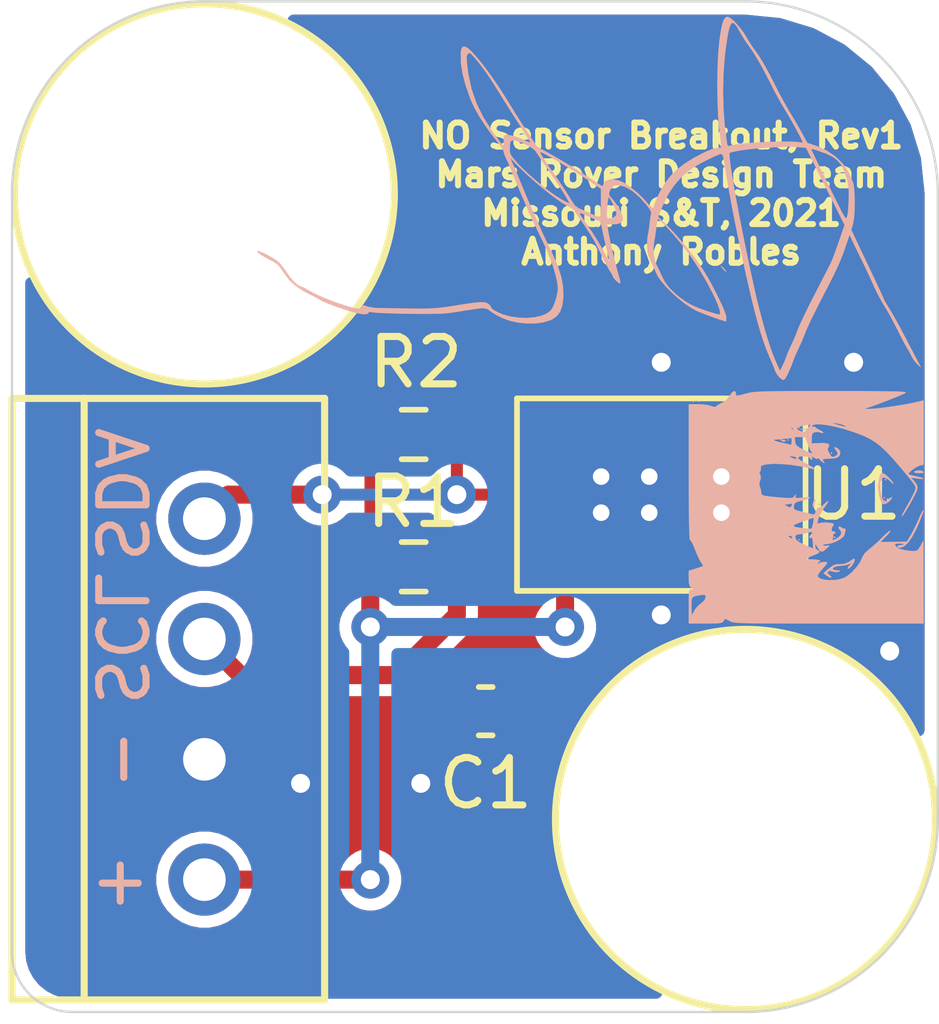
<source format=kicad_pcb>
(kicad_pcb (version 20171130) (host pcbnew "(5.1.4)-1")

  (general
    (thickness 1.6)
    (drawings 13)
    (tracks 38)
    (zones 0)
    (modules 9)
    (nets 9)
  )

  (page A4)
  (layers
    (0 F.Cu signal)
    (31 B.Cu signal)
    (32 B.Adhes user)
    (33 F.Adhes user)
    (34 B.Paste user)
    (35 F.Paste user)
    (36 B.SilkS user)
    (37 F.SilkS user)
    (38 B.Mask user)
    (39 F.Mask user)
    (40 Dwgs.User user)
    (41 Cmts.User user)
    (42 Eco1.User user)
    (43 Eco2.User user)
    (44 Edge.Cuts user)
    (45 Margin user)
    (46 B.CrtYd user)
    (47 F.CrtYd user)
    (48 B.Fab user hide)
    (49 F.Fab user hide)
  )

  (setup
    (last_trace_width 0.25)
    (user_trace_width 0.254)
    (user_trace_width 0.381)
    (user_trace_width 0.508)
    (user_trace_width 0.762)
    (trace_clearance 0.2)
    (zone_clearance 0.254)
    (zone_45_only no)
    (trace_min 0.2)
    (via_size 0.8)
    (via_drill 0.4)
    (via_min_size 0.4)
    (via_min_drill 0.3)
    (uvia_size 0.3)
    (uvia_drill 0.1)
    (uvias_allowed no)
    (uvia_min_size 0.2)
    (uvia_min_drill 0.1)
    (edge_width 0.05)
    (segment_width 0.2)
    (pcb_text_width 0.3)
    (pcb_text_size 1.5 1.5)
    (mod_edge_width 0.12)
    (mod_text_size 1 1)
    (mod_text_width 0.15)
    (pad_size 1.524 1.524)
    (pad_drill 0.762)
    (pad_to_mask_clearance 0.051)
    (solder_mask_min_width 0.25)
    (aux_axis_origin 0 0)
    (visible_elements 7FFFFFFF)
    (pcbplotparams
      (layerselection 0x010fc_ffffffff)
      (usegerberextensions false)
      (usegerberattributes false)
      (usegerberadvancedattributes false)
      (creategerberjobfile false)
      (excludeedgelayer true)
      (linewidth 0.100000)
      (plotframeref false)
      (viasonmask false)
      (mode 1)
      (useauxorigin false)
      (hpglpennumber 1)
      (hpglpenspeed 20)
      (hpglpendiameter 15.000000)
      (psnegative false)
      (psa4output false)
      (plotreference true)
      (plotvalue true)
      (plotinvisibletext false)
      (padsonsilk false)
      (subtractmaskfromsilk false)
      (outputformat 1)
      (mirror false)
      (drillshape 0)
      (scaleselection 1)
      (outputdirectory "../Manufacturing/Gerbs/"))
  )

  (net 0 "")
  (net 1 GND)
  (net 2 "Net-(C1-Pad1)")
  (net 3 "Net-(Conn1-Pad4)")
  (net 4 "Net-(Conn1-Pad3)")
  (net 5 +3V3)
  (net 6 "Net-(U1-Pad21)")
  (net 7 "Net-(U1-Pad24)")
  (net 8 "Net-(U1-Pad25)")

  (net_class Default "This is the default net class."
    (clearance 0.2)
    (trace_width 0.25)
    (via_dia 0.8)
    (via_drill 0.4)
    (uvia_dia 0.3)
    (uvia_drill 0.1)
    (add_net +3V3)
    (add_net GND)
    (add_net "Net-(C1-Pad1)")
    (add_net "Net-(Conn1-Pad3)")
    (add_net "Net-(Conn1-Pad4)")
    (add_net "Net-(U1-Pad21)")
    (add_net "Net-(U1-Pad24)")
    (add_net "Net-(U1-Pad25)")
  )

  (module "Anthony's Silkscreens:W" (layer B.Cu) (tedit 0) (tstamp 5FC2C54E)
    (at 174.244 83.058 270)
    (fp_text reference G*** (at 0 0 90) (layer B.SilkS) hide
      (effects (font (size 1.524 1.524) (thickness 0.3)) (justify mirror))
    )
    (fp_text value LOGO (at 0.75 0 90) (layer B.SilkS) hide
      (effects (font (size 1.524 1.524) (thickness 0.3)) (justify mirror))
    )
    (fp_poly (pts (xy -0.387028 2.463457) (xy -0.099126 2.462404) (xy 0.141632 2.460606) (xy 0.337071 2.458027)
      (xy 0.489017 2.454632) (xy 0.599295 2.450387) (xy 0.669732 2.445256) (xy 0.702152 2.439204)
      (xy 0.70485 2.436265) (xy 0.723999 2.41552) (xy 0.780549 2.38408) (xy 0.863797 2.347587)
      (xy 0.898349 2.334258) (xy 1.001453 2.292957) (xy 1.094361 2.250703) (xy 1.160001 2.215372)
      (xy 1.16897 2.209394) (xy 1.219575 2.175438) (xy 1.24947 2.159229) (xy 1.250849 2.159)
      (xy 1.263341 2.181237) (xy 1.284912 2.239223) (xy 1.3081 2.3114) (xy 1.354243 2.4638)
      (xy 1.512223 2.4638) (xy 1.603536 2.461108) (xy 1.659193 2.450143) (xy 1.694185 2.426577)
      (xy 1.710069 2.406651) (xy 1.749935 2.3495) (xy 1.751267 2.40665) (xy 1.753404 2.429236)
      (xy 1.763826 2.444916) (xy 1.790399 2.454951) (xy 1.84099 2.4606) (xy 1.923466 2.463123)
      (xy 2.045695 2.463779) (xy 2.1082 2.4638) (xy 2.4638 2.4638) (xy 2.4638 2.11431)
      (xy 2.463267 1.973838) (xy 2.4609 1.875527) (xy 2.455539 1.810743) (xy 2.44603 1.770851)
      (xy 2.431213 1.747218) (xy 2.412691 1.732903) (xy 2.361583 1.700985) (xy 2.412691 1.600805)
      (xy 2.422051 1.581289) (xy 2.430193 1.559615) (xy 2.437202 1.532305) (xy 2.443162 1.49588)
      (xy 2.448159 1.44686) (xy 2.452277 1.381766) (xy 2.455601 1.29712) (xy 2.458216 1.189442)
      (xy 2.460207 1.055254) (xy 2.461659 0.891077) (xy 2.462656 0.69343) (xy 2.463284 0.458837)
      (xy 2.463627 0.183816) (xy 2.463771 -0.135109) (xy 2.4638 -0.494288) (xy 2.4638 -2.4892)
      (xy 0.7239 -2.486954) (xy 0.820432 -2.436012) (xy 0.88382 -2.396011) (xy 0.925407 -2.357688)
      (xy 0.931288 -2.347743) (xy 0.939884 -2.285733) (xy 0.935224 -2.196198) (xy 0.920295 -2.097066)
      (xy 0.898087 -2.006267) (xy 0.87159 -1.94173) (xy 0.861335 -1.928135) (xy 0.813556 -1.888035)
      (xy 0.786829 -1.890002) (xy 0.775893 -1.937259) (xy 0.7747 -1.9812) (xy 0.778927 -2.044839)
      (xy 0.789488 -2.080219) (xy 0.79375 -2.0828) (xy 0.808204 -2.061073) (xy 0.8128 -2.020799)
      (xy 0.822165 -1.967017) (xy 0.8382 -1.9431) (xy 0.856753 -1.952396) (xy 0.8636 -1.996333)
      (xy 0.83854 -2.075316) (xy 0.764117 -2.158946) (xy 0.641462 -2.246315) (xy 0.471706 -2.336517)
      (xy 0.396513 -2.370722) (xy 0.285413 -2.417693) (xy 0.188294 -2.455654) (xy 0.116269 -2.480455)
      (xy 0.082041 -2.488096) (xy 0.083576 -2.478985) (xy 0.124506 -2.455505) (xy 0.196945 -2.421866)
      (xy 0.2413 -2.403055) (xy 0.359392 -2.350841) (xy 0.481729 -2.291257) (xy 0.583781 -2.236308)
      (xy 0.592741 -2.231046) (xy 0.740983 -2.142974) (xy 0.745141 -1.859717) (xy 0.7493 -1.576461)
      (xy 0.62865 -1.695325) (xy 0.568504 -1.751199) (xy 0.525274 -1.784904) (xy 0.508022 -1.789412)
      (xy 0.508 -1.78895) (xy 0.525019 -1.76072) (xy 0.570383 -1.707356) (xy 0.635552 -1.638654)
      (xy 0.662165 -1.612104) (xy 0.748357 -1.523204) (xy 0.832888 -1.429155) (xy 0.899016 -1.348671)
      (xy 0.905079 -1.340598) (xy 0.988223 -1.248374) (xy 1.070963 -1.199775) (xy 1.082909 -1.196099)
      (xy 1.174287 -1.153923) (xy 1.277015 -1.080645) (xy 1.376895 -0.989074) (xy 1.459728 -0.892016)
      (xy 1.506458 -0.814031) (xy 1.536896 -0.718074) (xy 1.552741 -0.609038) (xy 1.554903 -0.498043)
      (xy 1.544295 -0.396209) (xy 1.521826 -0.314655) (xy 1.488409 -0.2645) (xy 1.460561 -0.254)
      (xy 1.421622 -0.270283) (xy 1.361673 -0.312389) (xy 1.311041 -0.3556) (xy 1.249487 -0.41)
      (xy 1.202914 -0.446871) (xy 1.184609 -0.4572) (xy 1.17056 -0.436255) (xy 1.16879 -0.387312)
      (xy 1.17758 -0.331202) (xy 1.195207 -0.288758) (xy 1.198879 -0.28448) (xy 1.216551 -0.259311)
      (xy 1.198879 -0.254) (xy 1.170293 -0.270608) (xy 1.1684 -0.2794) (xy 1.149071 -0.304061)
      (xy 1.143 -0.3048) (xy 1.129574 -0.281584) (xy 1.120436 -0.220578) (xy 1.1176 -0.14732)
      (xy 1.114526 -0.059998) (xy 1.10427 -0.02101) (xy 1.085278 -0.03057) (xy 1.055997 -0.088891)
      (xy 1.028272 -0.159579) (xy 0.989102 -0.251124) (xy 0.957893 -0.293147) (xy 0.934043 -0.286199)
      (xy 0.922427 -0.256555) (xy 0.891305 -0.213238) (xy 0.841587 -0.203294) (xy 0.7747 -0.203389)
      (xy 0.854478 -0.252036) (xy 0.922957 -0.299405) (xy 0.94759 -0.339225) (xy 0.930803 -0.384913)
      (xy 0.887769 -0.436236) (xy 0.840404 -0.486354) (xy 0.820046 -0.501083) (xy 0.819381 -0.482481)
      (xy 0.826011 -0.45362) (xy 0.829202 -0.39681) (xy 0.814858 -0.369571) (xy 0.795275 -0.378387)
      (xy 0.787488 -0.433878) (xy 0.7874 -0.443277) (xy 0.773475 -0.534702) (xy 0.737515 -0.636623)
      (xy 0.688236 -0.729703) (xy 0.634358 -0.794602) (xy 0.626187 -0.800873) (xy 0.582985 -0.82136)
      (xy 0.530535 -0.834826) (xy 0.484657 -0.839269) (xy 0.461169 -0.832681) (xy 0.465722 -0.821211)
      (xy 0.46427 -0.792012) (xy 0.4429 -0.760232) (xy 0.420496 -0.720493) (xy 0.427267 -0.701301)
      (xy 0.46097 -0.705517) (xy 0.482832 -0.724179) (xy 0.537284 -0.759317) (xy 0.5969 -0.747291)
      (xy 0.653897 -0.690058) (xy 0.660678 -0.67945) (xy 0.698823 -0.611926) (xy 0.707693 -0.577736)
      (xy 0.687732 -0.569012) (xy 0.66675 -0.571804) (xy 0.608945 -0.580449) (xy 0.58905 -0.582256)
      (xy 0.56651 -0.596067) (xy 0.568883 -0.605366) (xy 0.561561 -0.624249) (xy 0.547404 -0.626533)
      (xy 0.52318 -0.609379) (xy 0.524853 -0.595235) (xy 0.522708 -0.557681) (xy 0.488132 -0.54469)
      (xy 0.43493 -0.55978) (xy 0.420082 -0.56852) (xy 0.381089 -0.590992) (xy 0.3609 -0.584358)
      (xy 0.348457 -0.539921) (xy 0.342859 -0.507761) (xy 0.336068 -0.419258) (xy 0.341889 -0.335629)
      (xy 0.343513 -0.327408) (xy 0.361104 -0.247313) (xy 0.263102 -0.26546) (xy 0.189564 -0.290911)
      (xy 0.099955 -0.338147) (xy 0.032839 -0.383103) (xy -0.053622 -0.445496) (xy -0.103519 -0.475402)
      (xy -0.116207 -0.472814) (xy -0.091042 -0.437725) (xy -0.040926 -0.383893) (xy 0.015117 -0.319601)
      (xy 0.030366 -0.28286) (xy 0.021379 -0.273742) (xy 0.020754 -0.26006) (xy 0.05951 -0.2392)
      (xy 0.083533 -0.230454) (xy 0.148029 -0.201945) (xy 0.16922 -0.170724) (xy 0.16841 -0.164551)
      (xy 0.233016 -0.164551) (xy 0.249958 -0.174744) (xy 0.301834 -0.170207) (xy 0.332727 -0.165364)
      (xy 0.405188 -0.150316) (xy 0.455365 -0.133964) (xy 0.46467 -0.128345) (xy 0.468305 -0.105133)
      (xy 0.531828 -0.105133) (xy 0.534656 -0.145676) (xy 0.559234 -0.14351) (xy 0.593271 -0.1143)
      (xy 0.63602 -0.080874) (xy 0.65651 -0.083677) (xy 0.651728 -0.112961) (xy 0.654816 -0.136808)
      (xy 0.692854 -0.150756) (xy 0.75696 -0.157411) (xy 0.828463 -0.161471) (xy 0.874606 -0.163056)
      (xy 0.882941 -0.162691) (xy 0.87664 -0.140198) (xy 0.853969 -0.082732) (xy 0.819453 -0.001626)
      (xy 0.810295 0.019228) (xy 0.753613 0.132447) (xy 0.70504 0.196705) (xy 0.678595 0.212444)
      (xy 0.615883 0.215984) (xy 0.587041 0.182997) (xy 0.5842 0.156437) (xy 0.578034 0.107737)
      (xy 0.562265 0.031097) (xy 0.54982 -0.019864) (xy 0.531828 -0.105133) (xy 0.468305 -0.105133)
      (xy 0.469521 -0.097368) (xy 0.466785 -0.032433) (xy 0.458449 0.05053) (xy 0.446498 0.135589)
      (xy 0.43292 0.206814) (xy 0.419702 0.248273) (xy 0.417291 0.251575) (xy 0.394419 0.249686)
      (xy 0.364644 0.202956) (xy 0.326764 0.109261) (xy 0.310869 0.0635) (xy 0.280561 -0.024873)
      (xy 0.254211 -0.099094) (xy 0.240218 -0.136228) (xy 0.233016 -0.164551) (xy 0.16841 -0.164551)
      (xy 0.167347 -0.156455) (xy 0.155627 -0.111954) (xy 0.136332 -0.034028) (xy 0.113428 0.061279)
      (xy 0.111097 0.071127) (xy 0.087969 0.165352) (xy 0.069477 0.22009) (xy 0.048779 0.245342)
      (xy 0.019032 0.251106) (xy -0.01058 0.248927) (xy -0.053516 0.241005) (xy -0.081963 0.219843)
      (xy -0.104273 0.173782) (xy -0.128798 0.091162) (xy -0.131953 0.079477) (xy -0.162434 -0.025894)
      (xy -0.183755 -0.081724) (xy -0.195733 -0.087943) (xy -0.198185 -0.044481) (xy -0.190926 0.04873)
      (xy -0.190009 0.057503) (xy -0.181423 0.14779) (xy -0.18103 0.197563) (xy -0.190692 0.216716)
      (xy -0.212271 0.215139) (xy -0.219254 0.212836) (xy -0.251258 0.203155) (xy -0.243248 0.214253)
      (xy -0.218283 0.234094) (xy -0.194795 0.25771) (xy -0.184239 0.28514) (xy -0.067473 0.28514)
      (xy -0.035566 0.285266) (xy -0.003818 0.301904) (xy 0.015958 0.325114) (xy 0.013922 0.334434)
      (xy 0.6096 0.334434) (xy 0.625556 0.288847) (xy 0.65081 0.2794) (xy 0.677836 0.285272)
      (xy 0.66716 0.311492) (xy 0.657997 0.32385) (xy 0.62781 0.363771) (xy 0.616787 0.378884)
      (xy 0.611176 0.36641) (xy 0.6096 0.334434) (xy 0.013922 0.334434) (xy 0.009298 0.3556)
      (xy 0.381 0.3556) (xy 0.390293 0.334693) (xy 0.397933 0.338667) (xy 0.400973 0.368811)
      (xy 0.397933 0.372534) (xy 0.382833 0.369047) (xy 0.381 0.3556) (xy 0.009298 0.3556)
      (xy 0.007571 0.363501) (xy -0.009151 0.396765) (xy -0.03589 0.442324) (xy -0.047173 0.445313)
      (xy -0.049784 0.414828) (xy -0.05771 0.350147) (xy -0.066218 0.319578) (xy -0.067473 0.28514)
      (xy -0.184239 0.28514) (xy -0.182082 0.290745) (xy -0.17866 0.345132) (xy -0.183046 0.432802)
      (xy -0.187081 0.485161) (xy -0.200541 0.64702) (xy -0.21207 0.7651) (xy -0.223438 0.846285)
      (xy -0.236413 0.897462) (xy -0.252763 0.925517) (xy -0.274256 0.937334) (xy -0.302661 0.939799)
      (xy -0.303839 0.939801) (xy -0.361005 0.945674) (xy -0.389985 0.957251) (xy -0.435637 0.975867)
      (xy -0.498708 0.977832) (xy -0.548336 0.962288) (xy -0.549123 0.961679) (xy -0.602847 0.946309)
      (xy -0.672069 0.958055) (xy -0.70485 0.973784) (xy -0.732576 0.978061) (xy -0.7366 0.968268)
      (xy -0.758332 0.951353) (xy -0.805499 0.947719) (xy -0.846983 0.946281) (xy -0.870958 0.926374)
      (xy -0.886483 0.875696) (xy -0.895494 0.8255) (xy -0.90744 0.681605) (xy -0.903545 0.502802)
      (xy -0.885078 0.302015) (xy -0.853303 0.092169) (xy -0.809488 -0.113812) (xy -0.799656 -0.1524)
      (xy -0.794018 -0.189956) (xy -0.80857 -0.181841) (xy -0.842788 -0.12877) (xy -0.896145 -0.031454)
      (xy -0.9142 0.003154) (xy -0.972062 0.103876) (xy -1.016166 0.155717) (xy -1.046545 0.158689)
      (xy -1.063237 0.112802) (xy -1.0668 0.049206) (xy -1.060641 -0.038893) (xy -1.040919 -0.084484)
      (xy -1.0287 -0.092414) (xy -0.9951 -0.116908) (xy -0.9906 -0.12892) (xy -1.009738 -0.13955)
      (xy -1.034982 -0.133775) (xy -1.062257 -0.126194) (xy -1.061461 -0.141374) (xy -1.032347 -0.188499)
      (xy -1.00846 -0.231071) (xy -1.009287 -0.244914) (xy -1.013075 -0.243108) (xy -1.03037 -0.244097)
      (xy -1.025692 -0.26538) (xy -1.004062 -0.299713) (xy -0.993993 -0.3048) (xy -0.970006 -0.324036)
      (xy -0.942923 -0.36195) (xy -0.922954 -0.398362) (xy -0.931422 -0.396858) (xy -0.941893 -0.38735)
      (xy -0.981528 -0.359328) (xy -1.004733 -0.371006) (xy -1.01498 -0.426528) (xy -1.016347 -0.47625)
      (xy -1.021824 -0.592767) (xy -1.039676 -0.668139) (xy -1.073248 -0.71121) (xy -1.111437 -0.72781)
      (xy -1.169213 -0.72848) (xy -1.216335 -0.689455) (xy -1.220964 -0.683461) (xy -1.252433 -0.631989)
      (xy -1.250425 -0.611495) (xy -1.217907 -0.627201) (xy -1.198306 -0.643622) (xy -1.139389 -0.681386)
      (xy -1.094284 -0.671928) (xy -1.067694 -0.636669) (xy -1.045604 -0.584329) (xy -1.054109 -0.548482)
      (xy -1.099966 -0.51394) (xy -1.12965 -0.497426) (xy -1.191914 -0.468649) (xy -1.231345 -0.46707)
      (xy -1.258586 -0.483667) (xy -1.300917 -0.500663) (xy -1.328404 -0.469344) (xy -1.340921 -0.390013)
      (xy -1.339736 -0.28575) (xy -1.331093 -0.127) (xy -1.441065 -0.127) (xy -1.514326 -0.131871)
      (xy -1.553606 -0.151209) (xy -1.572377 -0.18415) (xy -1.580356 -0.254311) (xy -1.570848 -0.301972)
      (xy -1.555501 -0.357774) (xy -1.562988 -0.372805) (xy -1.587106 -0.347979) (xy -1.616516 -0.295244)
      (xy -1.648662 -0.237228) (xy -1.675045 -0.205326) (xy -1.680308 -0.2032) (xy -1.689703 -0.184161)
      (xy -1.684256 -0.161634) (xy -1.682563 -0.131152) (xy -1.704103 -0.131858) (xy -1.732367 -0.166724)
      (xy -1.743545 -0.242461) (xy -1.738744 -0.35251) (xy -1.719073 -0.490311) (xy -1.685639 -0.649307)
      (xy -1.639549 -0.822936) (xy -1.581911 -1.00464) (xy -1.534833 -1.134308) (xy -1.479443 -1.267601)
      (xy -1.419121 -1.38596) (xy -1.348101 -1.496364) (xy -1.260616 -1.605792) (xy -1.1509 -1.721223)
      (xy -1.013187 -1.849635) (xy -0.841709 -1.998007) (xy -0.7747 -2.054232) (xy -0.649342 -2.158785)
      (xy -0.556312 -2.234776) (xy -0.488588 -2.285772) (xy -0.439151 -2.31534) (xy -0.400979 -2.327049)
      (xy -0.367051 -2.324466) (xy -0.330347 -2.311157) (xy -0.297604 -2.296649) (xy -0.223447 -2.260735)
      (xy -0.125044 -2.208731) (xy -0.02161 -2.150847) (xy -0.004252 -2.140773) (xy 0.094911 -2.084285)
      (xy 0.163884 -2.047899) (xy 0.199322 -2.032995) (xy 0.197879 -2.040955) (xy 0.156211 -2.073162)
      (xy 0.151701 -2.07636) (xy 0.053549 -2.139172) (xy -0.09004 -2.220975) (xy -0.25499 -2.309225)
      (xy -0.34485 -2.35155) (xy -0.410125 -2.363971) (xy -0.468658 -2.344524) (xy -0.538288 -2.291247)
      (xy -0.555316 -2.276181) (xy -0.615332 -2.2225) (xy -0.597383 -2.35585) (xy -0.588477 -2.443232)
      (xy -0.590411 -2.482569) (xy -0.601031 -2.474927) (xy -0.618182 -2.421371) (xy -0.637149 -2.336181)
      (xy -0.656015 -2.253632) (xy -0.674693 -2.193384) (xy -0.686997 -2.17096) (xy -0.713927 -2.180979)
      (xy -0.755384 -2.222751) (xy -0.801696 -2.283362) (xy -0.843194 -2.349898) (xy -0.870206 -2.409446)
      (xy -0.873011 -2.41935) (xy -0.889968 -2.4892) (xy -2.240708 -2.4892) (xy -2.223147 -2.41935)
      (xy -2.192571 -2.285848) (xy -2.162748 -2.134185) (xy -2.13476 -1.972588) (xy -2.109691 -1.809281)
      (xy -2.088623 -1.652492) (xy -2.072641 -1.510446) (xy -2.062826 -1.391369) (xy -2.060263 -1.303489)
      (xy -2.066034 -1.25503) (xy -2.069152 -1.249781) (xy -2.080687 -1.257937) (xy -2.0828 -1.278285)
      (xy -2.091834 -1.314807) (xy -2.116393 -1.388394) (xy -2.152663 -1.489137) (xy -2.196829 -1.607127)
      (xy -2.245078 -1.732454) (xy -2.293597 -1.855209) (xy -2.33857 -1.965482) (xy -2.376184 -2.053364)
      (xy -2.402222 -2.1082) (xy -2.409217 -2.115064) (xy -2.415223 -2.105535) (xy -2.420313 -2.076349)
      (xy -2.424561 -2.02424) (xy -2.428039 -1.945946) (xy -2.430821 -1.838202) (xy -2.432979 -1.697745)
      (xy -2.434588 -1.52131) (xy -2.43572 -1.305633) (xy -2.436448 -1.047451) (xy -2.436845 -0.743499)
      (xy -2.436941 -0.570949) (xy -1.771602 -0.570949) (xy -1.768052 -0.618696) (xy -1.767701 -0.6223)
      (xy -1.756018 -0.694954) (xy -1.737491 -0.766287) (xy -1.71657 -0.823785) (xy -1.697702 -0.854931)
      (xy -1.686437 -0.8509) (xy -1.68903 -0.815023) (xy -1.705076 -0.746966) (xy -1.727394 -0.6731)
      (xy -1.753853 -0.594899) (xy -1.767729 -0.561933) (xy -1.771602 -0.570949) (xy -2.436941 -0.570949)
      (xy -2.436948 -0.5588) (xy -2.436998 -0.231016) (xy -2.436915 -0.1016) (xy -1.737383 -0.1016)
      (xy -1.711987 -0.093858) (xy -1.691178 -0.086182) (xy -1.656143 -0.054621) (xy -1.651 -0.035382)
      (xy -1.629987 -0.00612) (xy -1.603194 0) (xy -1.574037 0.004395) (xy -1.573546 0.006194)
      (xy -1.4732 0.006194) (xy -1.320261 -0.051001) (xy -1.239019 -0.08386) (xy -1.178555 -0.112929)
      (xy -1.153662 -0.130298) (xy -1.124 -0.152025) (xy -1.120124 -0.1524) (xy -1.121467 -0.131723)
      (xy -1.142464 -0.0767) (xy -1.178921 0.002162) (xy -1.193158 0.030695) (xy -1.241065 0.122091)
      (xy -1.276757 0.177417) (xy -1.309776 0.206506) (xy -1.349661 0.219193) (xy -1.379636 0.222906)
      (xy -1.4732 0.232022) (xy -1.4732 0.006194) (xy -1.573546 0.006194) (xy -1.567989 0.026554)
      (xy -1.58292 0.079944) (xy -1.588132 0.09525) (xy -1.620707 0.166052) (xy -1.651874 0.186327)
      (xy -1.68097 0.156344) (xy -1.707328 0.07637) (xy -1.714248 0.04445) (xy -1.728844 -0.033311)
      (xy -1.737005 -0.086287) (xy -1.737383 -0.1016) (xy -2.436915 -0.1016) (xy -2.436816 0.050106)
      (xy -2.43629 0.288703) (xy -2.436288 0.28924) (xy -1.667669 0.28924) (xy -1.6637 0.2794)
      (xy -1.640876 0.255169) (xy -1.636801 0.254) (xy -1.625892 0.273652) (xy -1.6256 0.2794)
      (xy -1.632368 0.287867) (xy -1.065806 0.287867) (xy -1.05751 0.228723) (xy -1.036083 0.196506)
      (xy -1.03505 0.196095) (xy -1.004685 0.189334) (xy -0.998625 0.205956) (xy -1.016017 0.255451)
      (xy -1.027316 0.281907) (xy -1.064812 0.3683) (xy -1.065806 0.287867) (xy -1.632368 0.287867)
      (xy -1.635753 0.2921) (xy -1.451639 0.2921) (xy -1.372175 0.289328) (xy -1.317219 0.294887)
      (xy -1.303464 0.314587) (xy -1.303517 0.314728) (xy -1.314317 0.353276) (xy -1.33133 0.424596)
      (xy -1.346981 0.4953) (xy -1.371198 0.594241) (xy -1.392523 0.655187) (xy -1.409014 0.674526)
      (xy -1.418727 0.648641) (xy -1.420043 0.631202) (xy -1.42418 0.572037) (xy -1.4318 0.486197)
      (xy -1.437191 0.4318) (xy -1.451639 0.2921) (xy -1.635753 0.2921) (xy -1.645127 0.303824)
      (xy -1.6525 0.3048) (xy -1.667669 0.28924) (xy -2.436288 0.28924) (xy -2.435307 0.488914)
      (xy -2.433753 0.654877) (xy -2.431515 0.790729) (xy -2.42848 0.900608) (xy -2.424534 0.988652)
      (xy -2.419565 1.058999) (xy -2.413459 1.115787) (xy -2.406103 1.163153) (xy -2.397384 1.205235)
      (xy -2.387601 1.2446) (xy -2.359812 1.351511) (xy -2.344577 1.418511) (xy -2.341894 1.454916)
      (xy -2.351764 1.470041) (xy -2.374187 1.473201) (xy -2.3876 1.4732) (xy -2.430679 1.485562)
      (xy -2.434444 1.516728) (xy -2.402179 1.557826) (xy -2.341508 1.597799) (xy -2.2473 1.67113)
      (xy -2.197885 1.750861) (xy -2.162122 1.820566) (xy -2.12833 1.871417) (xy -2.118904 1.881257)
      (xy -2.100805 1.909573) (xy -2.107782 1.955237) (xy -2.122828 1.994595) (xy -2.141728 2.066781)
      (xy -2.152809 2.154533) (xy 1.85714 2.154533) (xy 1.862002 2.120075) (xy 1.885769 2.109074)
      (xy 1.911361 2.1082) (xy 1.968717 2.126588) (xy 2.027603 2.186109) (xy 2.043404 2.207931)
      (xy 2.105353 2.278968) (xy 2.176969 2.336372) (xy 2.199258 2.348822) (xy 2.255136 2.378062)
      (xy 2.284631 2.398807) (xy 2.286 2.401492) (xy 2.262686 2.407029) (xy 2.201082 2.411107)
      (xy 2.113693 2.412961) (xy 2.098217 2.413) (xy 1.997086 2.411799) (xy 1.935023 2.40189)
      (xy 1.900305 2.373815) (xy 1.881205 2.318118) (xy 1.866059 2.225748) (xy 1.85714 2.154533)
      (xy -2.152809 2.154533) (xy -2.154661 2.169197) (xy -2.159001 2.272485) (xy -2.159 2.4638)
      (xy -0.7239 2.4638) (xy -0.387028 2.463457)) (layer B.SilkS) (width 0.01))
    (fp_poly (pts (xy -0.719925 -2.310132) (xy -0.711676 -2.363789) (xy -0.7112 -2.3861) (xy -0.712886 -2.456576)
      (xy -0.720226 -2.485014) (xy -0.736645 -2.480131) (xy -0.745067 -2.472266) (xy -0.759487 -2.432175)
      (xy -0.760691 -2.372188) (xy -0.749952 -2.318379) (xy -0.7366 -2.2987) (xy -0.719925 -2.310132)) (layer B.SilkS) (width 0.01))
    (fp_poly (pts (xy -0.324663 -1.544151) (xy -0.229983 -1.561328) (xy -0.145235 -1.583109) (xy -0.087884 -1.606121)
      (xy -0.077857 -1.6135) (xy -0.055163 -1.646612) (xy -0.062464 -1.686689) (xy -0.076852 -1.715717)
      (xy -0.120852 -1.774552) (xy -0.164095 -1.809525) (xy -0.1992 -1.825907) (xy -0.195377 -1.812794)
      (xy -0.181964 -1.795971) (xy -0.161204 -1.751736) (xy -0.164233 -1.728603) (xy -0.16145 -1.712943)
      (xy -0.14102 -1.717508) (xy -0.107582 -1.719413) (xy -0.109182 -1.689502) (xy -0.138267 -1.64286)
      (xy -0.154424 -1.63288) (xy -0.122906 -1.63288) (xy -0.116726 -1.647075) (xy -0.091151 -1.674343)
      (xy -0.076448 -1.668749) (xy -0.0762 -1.665199) (xy -0.094242 -1.643715) (xy -0.105525 -1.635874)
      (xy -0.122906 -1.63288) (xy -0.154424 -1.63288) (xy -0.17695 -1.618967) (xy -0.24559 -1.598727)
      (xy -0.330455 -1.583606) (xy -0.417812 -1.575067) (xy -0.49393 -1.574574) (xy -0.545075 -1.58359)
      (xy -0.5588 -1.598032) (xy -0.572488 -1.617598) (xy -0.581539 -1.614544) (xy -0.608798 -1.620807)
      (xy -0.617723 -1.635529) (xy -0.612892 -1.682553) (xy -0.579454 -1.745102) (xy -0.527528 -1.805827)
      (xy -0.509166 -1.821642) (xy -0.486625 -1.846667) (xy -0.491939 -1.853392) (xy -0.520767 -1.837218)
      (xy -0.571545 -1.794737) (xy -0.612589 -1.755588) (xy -0.681668 -1.67779) (xy -0.707772 -1.622801)
      (xy -0.690973 -1.586456) (xy -0.631345 -1.564589) (xy -0.61595 -1.56185) (xy -0.539919 -1.549147)
      (xy -0.479341 -1.538152) (xy -0.473963 -1.537079) (xy -0.411811 -1.534944) (xy -0.324663 -1.544151)) (layer B.SilkS) (width 0.01))
    (fp_poly (pts (xy -0.5588 -1.6891) (xy -0.5715 -1.7018) (xy -0.5842 -1.6891) (xy -0.5715 -1.6764)
      (xy -0.5588 -1.6891)) (layer B.SilkS) (width 0.01))
    (fp_poly (pts (xy -0.1778 -1.6637) (xy -0.1905 -1.6764) (xy -0.2032 -1.6637) (xy -0.1905 -1.651)
      (xy -0.1778 -1.6637)) (layer B.SilkS) (width 0.01))
    (fp_poly (pts (xy -0.508 -1.6129) (xy -0.5207 -1.6256) (xy -0.5334 -1.6129) (xy -0.5207 -1.6002)
      (xy -0.508 -1.6129)) (layer B.SilkS) (width 0.01))
    (fp_poly (pts (xy -0.4318 -1.6129) (xy -0.4445 -1.6256) (xy -0.4572 -1.6129) (xy -0.4445 -1.6002)
      (xy -0.4318 -1.6129)) (layer B.SilkS) (width 0.01))
    (fp_poly (pts (xy 1.450673 -0.442383) (xy 1.484962 -0.496655) (xy 1.498035 -0.537406) (xy 1.485 -0.543792)
      (xy 1.453824 -0.514582) (xy 1.448606 -0.508) (xy 1.409436 -0.466963) (xy 1.38011 -0.466134)
      (xy 1.36858 -0.475561) (xy 1.350264 -0.512847) (xy 1.365381 -0.567974) (xy 1.366513 -0.570479)
      (xy 1.381556 -0.655479) (xy 1.372514 -0.691818) (xy 1.356753 -0.726017) (xy 1.349966 -0.717598)
      (xy 1.34781 -0.668249) (xy 1.338481 -0.597617) (xy 1.318152 -0.569576) (xy 1.292722 -0.57881)
      (xy 1.268093 -0.620004) (xy 1.250164 -0.687842) (xy 1.2446 -0.761223) (xy 1.23379 -0.847256)
      (xy 1.2072 -0.924205) (xy 1.201438 -0.934343) (xy 1.158276 -1.0033) (xy 1.226738 -0.941816)
      (xy 1.281574 -0.900458) (xy 1.307115 -0.894922) (xy 1.297818 -0.920792) (xy 1.256741 -0.965724)
      (xy 1.205323 -1.004504) (xy 1.154048 -1.029498) (xy 1.115481 -1.037002) (xy 1.102187 -1.023309)
      (xy 1.107518 -1.009726) (xy 1.134418 -0.967184) (xy 1.173428 -0.90928) (xy 1.173772 -0.908782)
      (xy 1.21173 -0.812619) (xy 1.215842 -0.728128) (xy 1.21737 -0.656811) (xy 1.235995 -0.598302)
      (xy 1.279669 -0.532482) (xy 1.306408 -0.499023) (xy 1.402746 -0.381454) (xy 1.450673 -0.442383)) (layer B.SilkS) (width 0.01))
    (fp_poly (pts (xy 0.651933 -0.592666) (xy 0.654973 -0.62281) (xy 0.651933 -0.626533) (xy 0.636833 -0.623046)
      (xy 0.635 -0.6096) (xy 0.644293 -0.588692) (xy 0.651933 -0.592666)) (layer B.SilkS) (width 0.01))
    (fp_poly (pts (xy -1.1176 -0.5461) (xy -1.1303 -0.5588) (xy -1.143 -0.5461) (xy -1.1303 -0.5334)
      (xy -1.1176 -0.5461)) (layer B.SilkS) (width 0.01))
    (fp_poly (pts (xy -0.033867 -0.287866) (xy -0.037354 -0.302966) (xy -0.0508 -0.3048) (xy -0.071708 -0.295506)
      (xy -0.067734 -0.287866) (xy -0.03759 -0.284826) (xy -0.033867 -0.287866)) (layer B.SilkS) (width 0.01))
    (fp_poly (pts (xy 0.0127 -0.15597) (xy -0.0381 -0.1778) (xy -0.097441 -0.196596) (xy -0.127 -0.201025)
      (xy -0.152283 -0.198703) (xy -0.133433 -0.181997) (xy -0.127 -0.1778) (xy -0.069331 -0.15732)
      (xy -0.0381 -0.154574) (xy 0.0127 -0.15597)) (layer B.SilkS) (width 0.01))
    (fp_poly (pts (xy -2.2098 2.2479) (xy -2.2225 2.2352) (xy -2.2352 2.2479) (xy -2.2225 2.2606)
      (xy -2.2098 2.2479)) (layer B.SilkS) (width 0.01))
    (fp_poly (pts (xy -2.2098 2.3749) (xy -2.2225 2.3622) (xy -2.2352 2.3749) (xy -2.2225 2.3876)
      (xy -2.2098 2.3749)) (layer B.SilkS) (width 0.01))
    (fp_poly (pts (xy 0.7112 0.1397) (xy 0.6985 0.127) (xy 0.6858 0.1397) (xy 0.6985 0.1524)
      (xy 0.7112 0.1397)) (layer B.SilkS) (width 0.01))
    (fp_poly (pts (xy -1.6256 0.0381) (xy -1.6383 0.0254) (xy -1.651 0.0381) (xy -1.6383 0.0508)
      (xy -1.6256 0.0381)) (layer B.SilkS) (width 0.01))
    (fp_poly (pts (xy -1.6256 0.0889) (xy -1.6383 0.0762) (xy -1.651 0.0889) (xy -1.6383 0.1016)
      (xy -1.6256 0.0889)) (layer B.SilkS) (width 0.01))
    (fp_poly (pts (xy -1.651 0.1397) (xy -1.6637 0.127) (xy -1.6764 0.1397) (xy -1.6637 0.1524)
      (xy -1.651 0.1397)) (layer B.SilkS) (width 0.01))
    (fp_poly (pts (xy -1.397 0.3683) (xy -1.4097 0.3556) (xy -1.4224 0.3683) (xy -1.4097 0.381)
      (xy -1.397 0.3683)) (layer B.SilkS) (width 0.01))
    (fp_poly (pts (xy -1.400508 0.519012) (xy -1.398357 0.517048) (xy -1.377363 0.470275) (xy -1.378972 0.440848)
      (xy -1.389746 0.415112) (xy -1.394054 0.423373) (xy -1.404641 0.471668) (xy -1.413439 0.499573)
      (xy -1.420048 0.53004) (xy -1.400508 0.519012)) (layer B.SilkS) (width 0.01))
  )

  (module MRDT_Silkscreens:z_sig_Anthony_Robles_15mmx8.2mm (layer B.Cu) (tedit 0) (tstamp 5FC2A31B)
    (at 169.926 76.454 180)
    (fp_text reference G*** (at 0 0) (layer B.SilkS) hide
      (effects (font (size 1.524 1.524) (thickness 0.3)) (justify mirror))
    )
    (fp_text value LOGO (at 0.75 0) (layer B.SilkS) hide
      (effects (font (size 1.524 1.524) (thickness 0.3)) (justify mirror))
    )
    (fp_poly (pts (xy -2.537967 -1.540581) (xy -2.567246 -1.575753) (xy -2.57417 -1.583228) (xy -2.613145 -1.621542)
      (xy -2.637686 -1.639904) (xy -2.639063 -1.640179) (xy -2.633154 -1.625875) (xy -2.603875 -1.590704)
      (xy -2.596951 -1.583228) (xy -2.557976 -1.544915) (xy -2.533435 -1.526552) (xy -2.532058 -1.526278)
      (xy -2.537967 -1.540581)) (layer B.SilkS) (width 0.01))
    (fp_poly (pts (xy -2.632544 3.72461) (xy -2.600882 3.687751) (xy -2.572909 3.621192) (xy -2.547199 3.520739)
      (xy -2.522326 3.382197) (xy -2.502747 3.246189) (xy -2.483671 3.06332) (xy -2.469784 2.84571)
      (xy -2.461084 2.603879) (xy -2.45757 2.348351) (xy -2.45924 2.089647) (xy -2.466091 1.838289)
      (xy -2.478123 1.604799) (xy -2.495333 1.3997) (xy -2.503072 1.332646) (xy -2.517622 1.213452)
      (xy -2.529151 1.111343) (xy -2.536827 1.034324) (xy -2.539823 0.990403) (xy -2.539285 0.983332)
      (xy -2.514562 0.976058) (xy -2.460466 0.966711) (xy -2.433675 0.963013) (xy -2.363607 0.946209)
      (xy -2.272757 0.914052) (xy -2.180164 0.873327) (xy -2.175516 0.871032) (xy -1.944119 0.748055)
      (xy -1.751338 0.626429) (xy -1.590839 0.500066) (xy -1.456286 0.362879) (xy -1.341347 0.208782)
      (xy -1.239688 0.031686) (xy -1.186276 -0.079629) (xy -1.152141 -0.158698) (xy -1.127212 -0.223664)
      (xy -1.116359 -0.261722) (xy -1.116233 -0.263779) (xy -1.105821 -0.30072) (xy -1.075343 -0.297889)
      (xy -1.025938 -0.255839) (xy -0.973741 -0.194574) (xy -0.877563 -0.087052) (xy -0.755913 0.027106)
      (xy -0.624255 0.134533) (xy -0.498053 0.22186) (xy -0.478386 0.233667) (xy -0.377651 0.27829)
      (xy -0.273632 0.300555) (xy -0.178971 0.299461) (xy -0.106314 0.274006) (xy -0.093529 0.264138)
      (xy -0.058179 0.222174) (xy -0.045561 0.190102) (xy -0.033537 0.162105) (xy -0.025347 0.159462)
      (xy -0.000827 0.171572) (xy 0.055083 0.205234) (xy 0.136053 0.256446) (xy 0.235754 0.321207)
      (xy 0.344033 0.39296) (xy 0.487574 0.486518) (xy 0.649397 0.58804) (xy 0.81345 0.687689)
      (xy 0.963678 0.775629) (xy 1.024262 0.809742) (xy 1.355324 0.993026) (xy 1.412736 1.079324)
      (xy 1.488103 1.079324) (xy 1.488192 1.078386) (xy 1.511015 1.083622) (xy 1.565061 1.104519)
      (xy 1.64043 1.137128) (xy 1.675257 1.152995) (xy 1.777859 1.194801) (xy 1.875365 1.224673)
      (xy 1.959138 1.241054) (xy 2.02054 1.242384) (xy 2.050933 1.227105) (xy 2.052626 1.221106)
      (xy 2.053836 1.183932) (xy 2.053949 1.121463) (xy 2.053711 1.098474) (xy 2.057324 1.039657)
      (xy 2.06865 1.013915) (xy 2.074429 1.014603) (xy 2.094478 1.037035) (xy 2.135641 1.090218)
      (xy 2.192976 1.167528) (xy 2.261542 1.26234) (xy 2.308583 1.328505) (xy 2.493033 1.618506)
      (xy 2.635659 1.909534) (xy 2.739635 2.209767) (xy 2.808132 2.527385) (xy 2.826687 2.664442)
      (xy 2.8388 2.775702) (xy 2.844691 2.850861) (xy 2.844012 2.898997) (xy 2.836421 2.929187)
      (xy 2.821571 2.95051) (xy 2.81559 2.956593) (xy 2.79136 2.975875) (xy 2.768488 2.97522)
      (xy 2.736802 2.94968) (xy 2.686129 2.894308) (xy 2.685057 2.893095) (xy 2.574422 2.761224)
      (xy 2.463917 2.615248) (xy 2.347766 2.447033) (xy 2.220193 2.248447) (xy 2.172332 2.171168)
      (xy 2.089778 2.038049) (xy 1.991548 1.881595) (xy 1.886974 1.716554) (xy 1.785388 1.557678)
      (xy 1.7253 1.464578) (xy 1.650738 1.348609) (xy 1.586122 1.246212) (xy 1.535069 1.163275)
      (xy 1.501191 1.105683) (xy 1.488103 1.079324) (xy 1.412736 1.079324) (xy 1.544073 1.276737)
      (xy 1.62352 1.397455) (xy 1.705757 1.524619) (xy 1.781797 1.644199) (xy 1.842649 1.742163)
      (xy 1.849883 1.754081) (xy 2.024393 2.036977) (xy 2.184422 2.283948) (xy 2.333869 2.500757)
      (xy 2.47663 2.693168) (xy 2.535428 2.767959) (xy 2.652922 2.909664) (xy 2.748724 3.013107)
      (xy 2.824552 3.079113) (xy 2.882129 3.108504) (xy 2.923172 3.102106) (xy 2.949404 3.06074)
      (xy 2.962543 2.98523) (xy 2.963387 2.972825) (xy 2.960107 2.769875) (xy 2.92688 2.546816)
      (xy 2.862898 2.299892) (xy 2.767353 2.025345) (xy 2.750381 1.981884) (xy 2.678566 1.826369)
      (xy 2.579393 1.64974) (xy 2.459084 1.461679) (xy 2.323862 1.271864) (xy 2.179947 1.089976)
      (xy 2.168092 1.075877) (xy 2.115527 1.007217) (xy 2.076844 0.944574) (xy 2.060857 0.903184)
      (xy 2.047061 0.850941) (xy 2.019184 0.781684) (xy 2.006008 0.754385) (xy 1.978598 0.695794)
      (xy 1.939876 0.606639) (xy 1.894915 0.498869) (xy 1.84879 0.384432) (xy 1.847177 0.380352)
      (xy 1.761448 0.169594) (xy 1.661665 -0.065358) (xy 1.553672 -0.311405) (xy 1.443316 -0.555449)
      (xy 1.33644 -0.784394) (xy 1.238891 -0.98514) (xy 1.229031 -1.004837) (xy 1.146708 -1.181049)
      (xy 1.072312 -1.363923) (xy 1.008717 -1.544489) (xy 0.958793 -1.713779) (xy 0.925414 -1.862823)
      (xy 0.911453 -1.982653) (xy 0.911211 -1.997212) (xy 0.920697 -2.090323) (xy 0.945806 -2.199335)
      (xy 0.981513 -2.308742) (xy 1.022793 -2.403035) (xy 1.062621 -2.464518) (xy 1.14851 -2.530042)
      (xy 1.268194 -2.578444) (xy 1.413087 -2.609323) (xy 1.5746 -2.622272) (xy 1.744146 -2.616888)
      (xy 1.913138 -2.592767) (xy 2.072988 -2.549504) (xy 2.156916 -2.516035) (xy 2.241238 -2.473538)
      (xy 2.29934 -2.435911) (xy 2.323362 -2.408332) (xy 2.323587 -2.406267) (xy 2.340197 -2.369733)
      (xy 2.380382 -2.327803) (xy 2.382531 -2.32609) (xy 2.413991 -2.306636) (xy 2.454065 -2.294122)
      (xy 2.508373 -2.288816) (xy 2.582538 -2.290988) (xy 2.682181 -2.300908) (xy 2.812922 -2.318845)
      (xy 2.980384 -2.34507) (xy 3.063946 -2.358773) (xy 3.239131 -2.386009) (xy 3.394764 -2.405634)
      (xy 3.543567 -2.41844) (xy 3.698263 -2.42522) (xy 3.871577 -2.426767) (xy 4.07623 -2.423872)
      (xy 4.100448 -2.423334) (xy 4.251023 -2.420127) (xy 4.394464 -2.417496) (xy 4.52141 -2.415579)
      (xy 4.622494 -2.414517) (xy 4.688355 -2.41445) (xy 4.692735 -2.414504) (xy 4.791227 -2.408565)
      (xy 4.894165 -2.391442) (xy 4.931928 -2.381599) (xy 4.996982 -2.362018) (xy 5.040846 -2.349307)
      (xy 5.051525 -2.346614) (xy 5.056266 -2.365437) (xy 5.05722 -2.38886) (xy 5.063732 -2.414914)
      (xy 5.090977 -2.425178) (xy 5.150517 -2.423563) (xy 5.158018 -2.422956) (xy 5.237711 -2.408827)
      (xy 5.348903 -2.378923) (xy 5.481832 -2.336797) (xy 5.62674 -2.286003) (xy 5.773868 -2.230095)
      (xy 5.913455 -2.172627) (xy 6.035743 -2.117153) (xy 6.12435 -2.071064) (xy 6.209236 -2.023446)
      (xy 6.279673 -1.985897) (xy 6.326182 -1.963363) (xy 6.338863 -1.959103) (xy 6.387167 -1.941186)
      (xy 6.451286 -1.892768) (xy 6.522669 -1.821844) (xy 6.592766 -1.736413) (xy 6.62287 -1.693471)
      (xy 6.682125 -1.60794) (xy 6.742698 -1.526951) (xy 6.792516 -1.466569) (xy 6.797126 -1.461548)
      (xy 6.857847 -1.4103) (xy 6.946729 -1.351567) (xy 7.049209 -1.293697) (xy 7.150726 -1.245039)
      (xy 7.221167 -1.218445) (xy 7.260622 -1.210639) (xy 7.264678 -1.221368) (xy 7.237806 -1.247113)
      (xy 7.184476 -1.284359) (xy 7.109157 -1.329587) (xy 7.01756 -1.378651) (xy 6.92435 -1.427508)
      (xy 6.859522 -1.468315) (xy 6.810275 -1.512506) (xy 6.763806 -1.571516) (xy 6.708839 -1.654412)
      (xy 6.587214 -1.814659) (xy 6.443675 -1.947248) (xy 6.268788 -2.060237) (xy 6.181575 -2.104814)
      (xy 6.089225 -2.15094) (xy 5.999679 -2.198759) (xy 5.932105 -2.238027) (xy 5.931349 -2.238503)
      (xy 5.864789 -2.27301) (xy 5.765815 -2.314965) (xy 5.644519 -2.361008) (xy 5.510996 -2.407778)
      (xy 5.375337 -2.451915) (xy 5.247637 -2.490058) (xy 5.137988 -2.518848) (xy 5.056484 -2.534924)
      (xy 5.034761 -2.537011) (xy 4.962728 -2.536635) (xy 4.927534 -2.525963) (xy 4.920538 -2.510105)
      (xy 4.90534 -2.488309) (xy 4.866805 -2.491596) (xy 4.81145 -2.499751) (xy 4.717739 -2.507187)
      (xy 4.592874 -2.513789) (xy 4.444057 -2.519445) (xy 4.278488 -2.524041) (xy 4.103368 -2.527465)
      (xy 3.925899 -2.529603) (xy 3.753282 -2.530342) (xy 3.592719 -2.529569) (xy 3.451409 -2.527171)
      (xy 3.336555 -2.523034) (xy 3.255358 -2.517046) (xy 3.254374 -2.516935) (xy 3.180837 -2.507382)
      (xy 3.077591 -2.492438) (xy 2.959841 -2.474359) (xy 2.870314 -2.459961) (xy 2.719245 -2.435778)
      (xy 2.605692 -2.419929) (xy 2.522364 -2.412508) (xy 2.461969 -2.413606) (xy 2.417214 -2.423316)
      (xy 2.380808 -2.441729) (xy 2.348266 -2.466566) (xy 2.292804 -2.505663) (xy 2.211408 -2.554096)
      (xy 2.11976 -2.602656) (xy 2.1003 -2.61219) (xy 1.938455 -2.67362) (xy 1.757869 -2.714226)
      (xy 1.569482 -2.733703) (xy 1.384232 -2.731751) (xy 1.213061 -2.708067) (xy 1.066906 -2.66235)
      (xy 1.025112 -2.641873) (xy 0.934205 -2.574666) (xy 0.868813 -2.484095) (xy 0.826345 -2.364477)
      (xy 0.804213 -2.210127) (xy 0.800896 -2.149696) (xy 0.808194 -1.957133) (xy 0.845389 -1.75503)
      (xy 0.914082 -1.537492) (xy 1.015872 -1.298621) (xy 1.052381 -1.223371) (xy 1.13821 -1.046164)
      (xy 1.236005 -0.836427) (xy 1.341328 -0.604135) (xy 1.449738 -0.359262) (xy 1.556798 -0.111783)
      (xy 1.658068 0.128328) (xy 1.710055 0.254527) (xy 1.762755 0.382722) (xy 1.812266 0.50135)
      (xy 1.854957 0.601845) (xy 1.887196 0.675644) (xy 1.903236 0.710132) (xy 1.919862 0.74582)
      (xy 1.918511 0.755084) (xy 1.895228 0.735696) (xy 1.846056 0.685431) (xy 1.830691 0.669291)
      (xy 1.699605 0.536992) (xy 1.553088 0.398842) (xy 1.397929 0.260454) (xy 1.240913 0.12744)
      (xy 1.088828 0.005416) (xy 0.94846 -0.100007) (xy 0.826598 -0.183214) (xy 0.737434 -0.234929)
      (xy 0.659507 -0.277206) (xy 0.598626 -0.315904) (xy 0.565651 -0.343968) (xy 0.563154 -0.34818)
      (xy 0.546107 -0.377226) (xy 0.507435 -0.435718) (xy 0.452218 -0.516188) (xy 0.385536 -0.611169)
      (xy 0.356476 -0.651992) (xy 0.158502 -0.961197) (xy 0.017894 -1.230941) (xy -0.03842 -1.348028)
      (xy -0.093732 -1.45802) (xy -0.142666 -1.550556) (xy -0.179846 -1.615276) (xy -0.188357 -1.628382)
      (xy -0.225034 -1.686614) (xy -0.247388 -1.731288) (xy -0.250583 -1.743716) (xy -0.264964 -1.773461)
      (xy -0.299748 -1.814244) (xy -0.342394 -1.854212) (xy -0.380361 -1.881509) (xy -0.400336 -1.885284)
      (xy -0.400882 -1.85841) (xy -0.389628 -1.80034) (xy -0.368969 -1.723172) (xy -0.366848 -1.716093)
      (xy -0.314107 -1.529749) (xy -0.289949 -1.435157) (xy -0.180923 -1.435157) (xy -0.171108 -1.4297)
      (xy -0.145093 -1.389878) (xy -0.106771 -1.32222) (xy -0.060034 -1.23325) (xy -0.057246 -1.227769)
      (xy 0.003099 -1.11727) (xy 0.081599 -0.985513) (xy 0.168927 -0.847579) (xy 0.255753 -0.718547)
      (xy 0.272429 -0.694866) (xy 0.342396 -0.594886) (xy 0.400909 -0.508352) (xy 0.443725 -0.44178)
      (xy 0.4666 -0.401688) (xy 0.468993 -0.393058) (xy 0.445242 -0.397511) (xy 0.389751 -0.417952)
      (xy 0.311893 -0.450736) (xy 0.25565 -0.476051) (xy 0.166489 -0.516039) (xy 0.091898 -0.547482)
      (xy 0.04212 -0.56617) (xy 0.028444 -0.569506) (xy 0.013234 -0.590223) (xy -0.004511 -0.64492)
      (xy -0.021282 -0.722421) (xy -0.023387 -0.734663) (xy -0.041314 -0.828696) (xy -0.067342 -0.948329)
      (xy -0.097376 -1.075265) (xy -0.116421 -1.150403) (xy -0.142613 -1.253775) (xy -0.163632 -1.342875)
      (xy -0.177128 -1.407324) (xy -0.180923 -1.435157) (xy -0.289949 -1.435157) (xy -0.26019 -1.318639)
      (xy -0.210017 -1.103146) (xy -0.168504 -0.903656) (xy -0.160232 -0.859636) (xy -0.119506 -0.637209)
      (xy -0.22491 -0.640095) (xy -0.33781 -0.634299) (xy -0.411726 -0.608694) (xy -0.44934 -0.561902)
      (xy -0.455605 -0.521588) (xy -0.441313 -0.451626) (xy -0.418436 -0.397396) (xy -0.322888 -0.397396)
      (xy -0.318732 -0.45316) (xy -0.283356 -0.488417) (xy -0.273363 -0.493876) (xy -0.211276 -0.516532)
      (xy -0.165157 -0.52361) (xy -0.129333 -0.516086) (xy -0.115536 -0.484172) (xy -0.114063 -0.44991)
      (xy -0.116682 -0.368165) (xy -0.119985 -0.323479) (xy 0.000582 -0.323479) (xy 0.002116 -0.410954)
      (xy 0.012637 -0.463044) (xy 0.03866 -0.483698) (xy 0.086701 -0.476865) (xy 0.163275 -0.446492)
      (xy 0.274899 -0.396527) (xy 0.307534 -0.3821) (xy 0.397937 -0.341491) (xy 0.473516 -0.305805)
      (xy 0.523809 -0.280071) (xy 0.537342 -0.271628) (xy 0.559211 -0.244342) (xy 0.587462 -0.202987)
      (xy 0.667106 -0.202987) (xy 0.669069 -0.205022) (xy 0.69382 -0.194922) (xy 0.747794 -0.16818)
      (xy 0.820306 -0.130132) (xy 0.836391 -0.121474) (xy 0.947396 -0.053411) (xy 1.080491 0.040935)
      (xy 1.227019 0.154229) (xy 1.378319 0.279135) (xy 1.525732 0.408318) (xy 1.6606 0.534442)
      (xy 1.774262 0.650172) (xy 1.84863 0.736022) (xy 1.897981 0.801771) (xy 1.92405 0.852165)
      (xy 1.933199 0.906448) (xy 1.931787 0.983864) (xy 1.931629 0.987147) (xy 1.926753 1.063325)
      (xy 1.91768 1.105275) (xy 1.898574 1.124298) (xy 1.863601 1.131698) (xy 1.856592 1.132507)
      (xy 1.791066 1.125283) (xy 1.702743 1.096668) (xy 1.60443 1.053113) (xy 1.508934 1.001072)
      (xy 1.429062 0.946997) (xy 1.377622 0.897343) (xy 1.371696 0.888197) (xy 1.342958 0.841906)
      (xy 1.294677 0.769098) (xy 1.233908 0.680249) (xy 1.175851 0.597323) (xy 1.081627 0.462322)
      (xy 0.989666 0.327038) (xy 0.903213 0.196607) (xy 0.825512 0.076165) (xy 0.759806 -0.029152)
      (xy 0.709341 -0.114207) (xy 0.677359 -0.173864) (xy 0.667106 -0.202987) (xy 0.587462 -0.202987)
      (xy 0.598113 -0.187396) (xy 0.647731 -0.110251) (xy 0.682004 -0.054958) (xy 0.74282 0.041314)
      (xy 0.820543 0.159646) (xy 0.905307 0.285237) (xy 0.987249 0.403283) (xy 0.989605 0.406615)
      (xy 1.085027 0.543689) (xy 1.16531 0.663365) (xy 1.227954 0.761613) (xy 1.270459 0.834405)
      (xy 1.290327 0.877712) (xy 1.28855 0.888431) (xy 1.256236 0.876971) (xy 1.191749 0.845088)
      (xy 1.101537 0.796529) (xy 0.99205 0.735041) (xy 0.869735 0.664371) (xy 0.741041 0.588265)
      (xy 0.612416 0.510471) (xy 0.490308 0.434736) (xy 0.381167 0.364805) (xy 0.336768 0.335401)
      (xy 0.001519 0.110408) (xy 0.001519 -0.196673) (xy 0.000582 -0.323479) (xy -0.119985 -0.323479)
      (xy -0.123304 -0.278579) (xy -0.13256 -0.192621) (xy -0.143082 -0.121758) (xy -0.153502 -0.077458)
      (xy -0.159582 -0.06834) (xy -0.180514 -0.087546) (xy -0.21197 -0.137082) (xy -0.247936 -0.204828)
      (xy -0.282396 -0.278661) (xy -0.309335 -0.346461) (xy -0.322735 -0.396107) (xy -0.322888 -0.397396)
      (xy -0.418436 -0.397396) (xy -0.402985 -0.36077) (xy -0.347451 -0.261641) (xy -0.281535 -0.16686)
      (xy -0.232968 -0.10996) (xy -0.184984 -0.053707) (xy -0.165736 -0.010851) (xy -0.168642 0.033993)
      (xy -0.169631 0.038111) (xy -0.207965 0.127438) (xy -0.269484 0.177718) (xy -0.355226 0.189722)
      (xy -0.371897 0.188061) (xy -0.516068 0.147364) (xy -0.663838 0.062116) (xy -0.814125 -0.066914)
      (xy -0.956216 -0.2268) (xy -1.018209 -0.309163) (xy -1.051756 -0.366834) (xy -1.060755 -0.407209)
      (xy -1.058271 -0.420432) (xy -1.048562 -0.465242) (xy -1.037139 -0.540148) (xy -1.026299 -0.629863)
      (xy -1.025196 -0.640421) (xy -1.014418 -0.731686) (xy -1.002604 -0.810693) (xy -0.992136 -0.861707)
      (xy -0.991209 -0.864809) (xy -0.980152 -0.928653) (xy -0.975099 -1.019925) (xy -0.97613 -1.12088)
      (xy -0.98332 -1.213774) (xy -0.989503 -1.252914) (xy -1.009066 -1.317777) (xy -1.042467 -1.400583)
      (xy -1.069711 -1.457937) (xy -1.107045 -1.534359) (xy -1.137037 -1.601967) (xy -1.149997 -1.636507)
      (xy -1.193138 -1.728375) (xy -1.268727 -1.836893) (xy -1.370005 -1.955507) (xy -1.490209 -2.077663)
      (xy -1.622581 -2.196806) (xy -1.760359 -2.306383) (xy -1.896784 -2.399839) (xy -1.995208 -2.455952)
      (xy -2.050153 -2.480846) (xy -2.131991 -2.514064) (xy -2.230859 -2.552033) (xy -2.336895 -2.591179)
      (xy -2.440238 -2.627929) (xy -2.531023 -2.658709) (xy -2.599391 -2.679947) (xy -2.635477 -2.688067)
      (xy -2.635836 -2.688071) (xy -2.640244 -2.668006) (xy -2.642452 -2.618652) (xy -2.642511 -2.608015)
      (xy -2.63148 -2.554834) (xy -2.610621 -2.497048) (xy -2.516348 -2.497048) (xy -2.512981 -2.540914)
      (xy -2.495176 -2.55139) (xy -2.46143 -2.544596) (xy -2.394708 -2.52618) (xy -2.305205 -2.499089)
      (xy -2.219428 -2.47164) (xy -2.047597 -2.41042) (xy -1.905644 -2.34696) (xy -1.778285 -2.273008)
      (xy -1.650235 -2.180316) (xy -1.590657 -2.13223) (xy -1.44731 -1.997602) (xy -1.341656 -1.859563)
      (xy -1.266311 -1.70852) (xy -1.23221 -1.629698) (xy -1.195186 -1.556353) (xy -1.184272 -1.537559)
      (xy -1.138399 -1.431048) (xy -1.110252 -1.298311) (xy -1.102041 -1.155963) (xy -1.115701 -1.021973)
      (xy -1.133823 -0.919318) (xy -1.151168 -0.800351) (xy -1.161786 -0.711029) (xy -1.172165 -0.627894)
      (xy -1.18379 -0.56329) (xy -1.194315 -0.529972) (xy -1.195283 -0.528786) (xy -1.218225 -0.53649)
      (xy -1.264973 -0.575) (xy -1.331023 -0.639423) (xy -1.411871 -0.724868) (xy -1.503014 -0.826441)
      (xy -1.599949 -0.93925) (xy -1.698171 -1.058404) (xy -1.789829 -1.174653) (xy -1.889161 -1.309874)
      (xy -1.988879 -1.456757) (xy -2.086614 -1.61068) (xy -2.179998 -1.767022) (xy -2.266664 -1.92116)
      (xy -2.344244 -2.068473) (xy -2.41037 -2.20434) (xy -2.462675 -2.32414) (xy -2.49879 -2.423249)
      (xy -2.516348 -2.497048) (xy -2.610621 -2.497048) (xy -2.600263 -2.468355) (xy -2.551678 -2.354606)
      (xy -2.488543 -2.219617) (xy -2.413674 -2.069418) (xy -2.329889 -1.910036) (xy -2.242401 -1.751727)
      (xy -2.148409 -1.599623) (xy -2.028601 -1.426823) (xy -1.89086 -1.243291) (xy -1.743071 -1.058989)
      (xy -1.59312 -0.88388) (xy -1.448891 -0.727927) (xy -1.369545 -0.648812) (xy -1.201422 -0.487471)
      (xy -1.286385 -0.275114) (xy -1.408922 -0.016943) (xy -1.556113 0.204573) (xy -1.730463 0.392596)
      (xy -1.934481 0.550288) (xy -1.947713 0.558849) (xy -2.03181 0.609502) (xy -2.131196 0.664453)
      (xy -2.236494 0.719101) (xy -2.338328 0.768843) (xy -2.42732 0.809077) (xy -2.494095 0.835199)
      (xy -2.526345 0.84287) (xy -2.544403 0.841871) (xy -2.558573 0.834763) (xy -2.570623 0.815377)
      (xy -2.58232 0.777546) (xy -2.595434 0.715101) (xy -2.611733 0.621875) (xy -2.632986 0.491699)
      (xy -2.640641 0.444216) (xy -2.67902 0.212726) (xy -2.720035 -0.020736) (xy -2.765259 -0.264419)
      (xy -2.816264 -0.526568) (xy -2.874626 -0.81543) (xy -2.941917 -1.139253) (xy -2.951451 -1.184574)
      (xy -3.032887 -1.565202) (xy -3.108241 -1.904274) (xy -3.178438 -2.205252) (xy -3.244405 -2.471599)
      (xy -3.307068 -2.706777) (xy -3.367351 -2.914248) (xy -3.426181 -3.097474) (xy -3.484484 -3.259918)
      (xy -3.543184 -3.405042) (xy -3.548374 -3.41704) (xy -3.593719 -3.522761) (xy -3.633393 -3.617955)
      (xy -3.663174 -3.692308) (xy -3.678838 -3.735505) (xy -3.678973 -3.735964) (xy -3.715506 -3.807653)
      (xy -3.774931 -3.877682) (xy -3.830648 -3.919958) (xy -3.855346 -3.923937) (xy -3.881074 -3.902877)
      (xy -3.914356 -3.849929) (xy -3.935712 -3.80966) (xy -3.980577 -3.71449) (xy -4.023073 -3.611209)
      (xy -4.043555 -3.553722) (xy -4.074348 -3.470367) (xy -4.117665 -3.367697) (xy -4.164639 -3.266626)
      (xy -4.169114 -3.257578) (xy -4.220473 -3.147721) (xy -4.273057 -3.024576) (xy -4.315085 -2.915874)
      (xy -4.341241 -2.852078) (xy -4.385559 -2.754815) (xy -4.444759 -2.630819) (xy -4.515561 -2.486821)
      (xy -4.594687 -2.329556) (xy -4.678855 -2.165757) (xy -4.703735 -2.118001) (xy -4.815588 -1.901616)
      (xy -4.907584 -1.71794) (xy -4.982797 -1.560315) (xy -5.044301 -1.422083) (xy -5.095172 -1.296584)
      (xy -5.138483 -1.17716) (xy -5.139417 -1.174425) (xy -5.247374 -0.857869) (xy -5.316666 -1.004136)
      (xy -5.353678 -1.081452) (xy -5.404407 -1.186323) (xy -5.462398 -1.305453) (xy -5.521196 -1.425545)
      (xy -5.525919 -1.435157) (xy -5.589078 -1.565733) (xy -5.655896 -1.707325) (xy -5.718162 -1.842353)
      (xy -5.765265 -1.947713) (xy -5.821709 -2.068002) (xy -5.888675 -2.197181) (xy -5.955103 -2.314326)
      (xy -5.982012 -2.357758) (xy -6.035259 -2.445482) (xy -6.100884 -2.561229) (xy -6.171679 -2.691884)
      (xy -6.24044 -2.824334) (xy -6.261858 -2.867011) (xy -6.320469 -2.983409) (xy -6.375341 -3.089539)
      (xy -6.421896 -3.176753) (xy -6.455557 -3.236403) (xy -6.466878 -3.254275) (xy -6.502705 -3.312702)
      (xy -6.542384 -3.38821) (xy -6.556016 -3.41704) (xy -6.601142 -3.495877) (xy -6.657702 -3.569184)
      (xy -6.67606 -3.587892) (xy -6.749505 -3.656233) (xy -6.653242 -3.473991) (xy -6.607752 -3.387496)
      (xy -6.547922 -3.273199) (xy -6.480362 -3.143751) (xy -6.411681 -3.011809) (xy -6.385514 -2.961435)
      (xy -6.315871 -2.829976) (xy -6.241654 -2.694426) (xy -6.170312 -2.568114) (xy -6.109296 -2.464365)
      (xy -6.09124 -2.435021) (xy -6.039753 -2.351366) (xy -5.998885 -2.282223) (xy -5.973814 -2.236512)
      (xy -5.96843 -2.22337) (xy -5.959032 -2.199323) (xy -5.932612 -2.139959) (xy -5.891835 -2.051051)
      (xy -5.839366 -1.93837) (xy -5.77787 -1.807689) (xy -5.72769 -1.701891) (xy -5.653703 -1.546334)
      (xy -5.579653 -1.39051) (xy -5.509924 -1.243661) (xy -5.448906 -1.115029) (xy -5.400985 -1.013856)
      (xy -5.383936 -0.977787) (xy -5.280923 -0.759609) (xy -5.311282 -0.657378) (xy -5.145575 -0.657378)
      (xy -5.021427 -1.017392) (xy -4.976884 -1.144267) (xy -4.934161 -1.261818) (xy -4.896761 -1.360705)
      (xy -4.868186 -1.43159) (xy -4.856357 -1.457537) (xy -4.83542 -1.49836) (xy -4.796718 -1.573648)
      (xy -4.743359 -1.677364) (xy -4.678449 -1.803475) (xy -4.605092 -1.945943) (xy -4.526395 -2.098734)
      (xy -4.51618 -2.118565) (xy -4.435066 -2.277875) (xy -4.357805 -2.433086) (xy -4.287849 -2.576996)
      (xy -4.22865 -2.702403) (xy -4.18366 -2.802108) (xy -4.15633 -2.868907) (xy -4.155825 -2.870314)
      (xy -4.113859 -2.979343) (xy -4.064236 -3.096381) (xy -4.021002 -3.189237) (xy -3.978866 -3.278582)
      (xy -3.941355 -3.366233) (xy -3.918243 -3.42843) (xy -3.890101 -3.504193) (xy -3.851853 -3.592402)
      (xy -3.832859 -3.631947) (xy -3.776512 -3.744342) (xy -3.665173 -3.488856) (xy -3.618755 -3.372496)
      (xy -3.566131 -3.224182) (xy -3.51142 -3.056335) (xy -3.458741 -2.881375) (xy -3.431346 -2.783756)
      (xy -3.390019 -2.630053) (xy -3.349309 -2.475047) (xy -3.312137 -2.330121) (xy -3.281423 -2.206659)
      (xy -3.260559 -2.118147) (xy -3.193524 -1.814363) (xy -3.128331 -1.511221) (xy -3.065591 -1.212047)
      (xy -3.005912 -0.920169) (xy -2.949905 -0.638914) (xy -2.89818 -0.371609) (xy -2.851346 -0.121581)
      (xy -2.810012 0.107843) (xy -2.77479 0.313336) (xy -2.746287 0.49157) (xy -2.725115 0.639219)
      (xy -2.711882 0.752956) (xy -2.707199 0.829453) (xy -2.711675 0.865384) (xy -2.71345 0.867256)
      (xy -2.761755 0.884938) (xy -2.847686 0.904024) (xy -2.963379 0.923395) (xy -3.100969 0.941933)
      (xy -3.252593 0.958519) (xy -3.410385 0.972034) (xy -3.485381 0.977064) (xy -3.65167 0.98703)
      (xy -3.780189 0.994273) (xy -3.878637 0.998936) (xy -3.954714 1.001164) (xy -4.01612 1.001098)
      (xy -4.070555 0.998884) (xy -4.125719 0.994664) (xy -4.175641 0.989932) (xy -4.330565 0.974695)
      (xy -4.73807 0.158659) (xy -5.145575 -0.657378) (xy -5.311282 -0.657378) (xy -5.317143 -0.637643)
      (xy -5.334041 -0.552131) (xy -5.345866 -0.43451) (xy -5.352561 -0.297004) (xy -5.354072 -0.151837)
      (xy -5.352011 -0.074071) (xy -5.234395 -0.074071) (xy -5.232808 -0.139987) (xy -5.226823 -0.265881)
      (xy -5.217171 -0.374017) (xy -5.204951 -0.454258) (xy -5.194876 -0.489775) (xy -5.186707 -0.506602)
      (xy -5.177856 -0.515701) (xy -5.166255 -0.513539) (xy -5.149835 -0.496583) (xy -5.126531 -0.4613)
      (xy -5.094275 -0.404155) (xy -5.050999 -0.321617) (xy -4.994636 -0.210151) (xy -4.923119 -0.066224)
      (xy -4.834381 0.113697) (xy -4.79503 0.193633) (xy -4.711136 0.364665) (xy -4.634287 0.522473)
      (xy -4.566664 0.662491) (xy -4.51045 0.78015) (xy -4.467826 0.870883) (xy -4.440973 0.930122)
      (xy -4.432073 0.9533) (xy -4.432126 0.953418) (xy -4.45555 0.950788) (xy -4.510649 0.936368)
      (xy -4.586011 0.913178) (xy -4.594464 0.910414) (xy -4.763404 0.848912) (xy -4.894241 0.784816)
      (xy -4.994196 0.710914) (xy -5.070492 0.619996) (xy -5.130351 0.50485) (xy -5.180996 0.358266)
      (xy -5.19424 0.31159) (xy -5.2155 0.224022) (xy -5.228472 0.140004) (xy -5.234367 0.045364)
      (xy -5.234395 -0.074071) (xy -5.352011 -0.074071) (xy -5.350344 -0.011232) (xy -5.34132 0.112585)
      (xy -5.326946 0.207392) (xy -5.321068 0.230068) (xy -5.234093 0.441325) (xy -5.109978 0.627205)
      (xy -4.950564 0.785915) (xy -4.757693 0.915663) (xy -4.533206 1.014655) (xy -4.505815 1.023866)
      (xy -4.353065 1.073711) (xy -4.343984 1.09043) (xy -4.25991 1.09043) (xy -4.242054 1.078134)
      (xy -4.212856 1.082537) (xy -4.153283 1.092586) (xy -4.056148 1.098692) (xy -3.929248 1.10116)
      (xy -3.780385 1.100294) (xy -3.617356 1.096398) (xy -3.447962 1.089777) (xy -3.280002 1.080734)
      (xy -3.121274 1.069575) (xy -2.979579 1.056602) (xy -2.862716 1.042121) (xy -2.779193 1.026611)
      (xy -2.72203 1.012961) (xy -2.685871 1.005078) (xy -2.683409 1.004664) (xy -2.669241 1.022789)
      (xy -2.656095 1.070113) (xy -2.654991 1.076368) (xy -2.610262 1.414177) (xy -2.582878 1.779119)
      (xy -2.573114 2.156086) (xy -2.581243 2.529968) (xy -2.607542 2.885658) (xy -2.620145 2.995606)
      (xy -2.64776 3.202005) (xy -2.673893 3.364703) (xy -2.699911 3.485468) (xy -2.727179 3.566072)
      (xy -2.757063 3.608283) (xy -2.790927 3.613871) (xy -2.830139 3.584606) (xy -2.876062 3.522259)
      (xy -2.930063 3.428597) (xy -2.93994 3.410074) (xy -2.996371 3.312634) (xy -3.064655 3.207471)
      (xy -3.113442 3.139513) (xy -3.212311 2.997928) (xy -3.323326 2.816735) (xy -3.444368 2.599596)
      (xy -3.573316 2.35017) (xy -3.589949 2.316776) (xy -3.656217 2.187277) (xy -3.729943 2.049786)
      (xy -3.802172 1.920656) (xy -3.863951 1.816243) (xy -3.864343 1.81561) (xy -3.925189 1.714948)
      (xy -3.990791 1.60244) (xy -4.057141 1.48543) (xy -4.120233 1.371264) (xy -4.176061 1.267287)
      (xy -4.220617 1.180843) (xy -4.249895 1.119279) (xy -4.25991 1.09043) (xy -4.343984 1.09043)
      (xy -4.245619 1.271519) (xy -4.188557 1.373901) (xy -4.11735 1.497766) (xy -4.041966 1.625937)
      (xy -3.985423 1.719911) (xy -3.915242 1.839298) (xy -3.835094 1.982389) (xy -3.754556 2.131733)
      (xy -3.683205 2.269878) (xy -3.679126 2.278027) (xy -3.572395 2.487824) (xy -3.479337 2.661653)
      (xy -3.396381 2.805719) (xy -3.319954 2.926225) (xy -3.246483 3.029374) (xy -3.246178 3.029776)
      (xy -3.1835 3.118479) (xy -3.116344 3.222788) (xy -3.067895 3.304947) (xy -3.007534 3.401639)
      (xy -2.93565 3.498484) (xy -2.859255 3.5879) (xy -2.785361 3.662305) (xy -2.720978 3.714116)
      (xy -2.673117 3.735752) (xy -2.669323 3.735964) (xy -2.632544 3.72461)) (layer B.SilkS) (width 0.01))
  )

  (module MRDT_Drill_Holes:4_40_Hole_Corner (layer F.Cu) (tedit 5E263EC4) (tstamp 5FC28FBC)
    (at 165.55212 80.46212 90)
    (fp_text reference REF** (at 4.00812 -3.50812 90) (layer F.SilkS) hide
      (effects (font (size 1 1) (thickness 0.15)))
    )
    (fp_text value 4_40_Hole (at 4.00812 -4.50812 90) (layer F.Fab) hide
      (effects (font (size 1 1) (thickness 0.15)))
    )
    (fp_circle (center 4.00812 -4.00812) (end 4.00812 0.00508) (layer F.SilkS) (width 0.15))
    (fp_arc (start 4.0132 -4.0132) (end 4.0132 -8.0264) (angle 90) (layer F.Fab) (width 0.15))
    (fp_line (start 8.0264 -4.0132) (end 8.0264 0) (layer F.Fab) (width 0.15))
    (fp_line (start 4.0132 -8.0264) (end 0 -8.0264) (layer F.Fab) (width 0.15))
    (fp_line (start 0 -8.0264) (end 0 0) (layer F.Fab) (width 0.15))
    (fp_line (start 0 0) (end 8.0264 0) (layer F.Fab) (width 0.15))
    (pad "" np_thru_hole circle (at 4.00812 -4.00812 90) (size 2.9464 2.9464) (drill 2.9464) (layers *.Cu *.Mask)
      (clearance 2.5))
  )

  (module MRDT_Drill_Holes:4_40_Hole_Corner (layer F.Cu) (tedit 5E263EC4) (tstamp 5FC28F94)
    (at 168.96588 85.65388 270)
    (fp_text reference REF** (at 4.00812 -3.50812 90) (layer F.SilkS) hide
      (effects (font (size 1 1) (thickness 0.15)))
    )
    (fp_text value 4_40_Hole (at 4.00812 -4.50812 90) (layer F.Fab) hide
      (effects (font (size 1 1) (thickness 0.15)))
    )
    (fp_circle (center 4.00812 -4.00812) (end 4.00812 0.00508) (layer F.SilkS) (width 0.15))
    (fp_arc (start 4.0132 -4.0132) (end 4.0132 -8.0264) (angle 90) (layer F.Fab) (width 0.15))
    (fp_line (start 8.0264 -4.0132) (end 8.0264 0) (layer F.Fab) (width 0.15))
    (fp_line (start 4.0132 -8.0264) (end 0 -8.0264) (layer F.Fab) (width 0.15))
    (fp_line (start 0 -8.0264) (end 0 0) (layer F.Fab) (width 0.15))
    (fp_line (start 0 0) (end 8.0264 0) (layer F.Fab) (width 0.15))
    (pad "" np_thru_hole circle (at 4.00812 -4.00812 270) (size 2.9464 2.9464) (drill 2.9464) (layers *.Cu *.Mask)
      (clearance 2.5))
  )

  (module MRDT_ICs:USEQGSEAN8L180 (layer F.Cu) (tedit 5FC1CD6D) (tstamp 5FC287A1)
    (at 171.958 79.756)
    (path /5FCFEE7F)
    (fp_text reference U1 (at 3.302 3.048) (layer F.SilkS)
      (effects (font (size 1 1) (thickness 0.15)))
    )
    (fp_text value USEQGSEAN8L180 (at 0.0635 -0.9398) (layer F.Fab)
      (effects (font (size 1 1) (thickness 0.15)))
    )
    (fp_line (start 2.286 1.016) (end 2.286 5.08) (layer F.SilkS) (width 0.12))
    (fp_line (start -3.81 5.08) (end -3.81 1.016) (layer F.SilkS) (width 0.12))
    (fp_line (start 2.286 5.08) (end -3.81 5.08) (layer F.SilkS) (width 0.12))
    (fp_line (start -3.81 1.016) (end 2.286 1.016) (layer F.SilkS) (width 0.12))
    (pad 21 smd rect (at -1.7399 1.3843 90) (size 0.5 0.2) (layers F.Cu F.Paste F.Mask)
      (net 6 "Net-(U1-Pad21)"))
    (pad 22 smd rect (at -2.2352 1.3843 90) (size 0.5 0.2) (layers F.Cu F.Paste F.Mask))
    (pad 23 smd rect (at -2.7305 1.3843 90) (size 0.5 0.2) (layers F.Cu F.Paste F.Mask)
      (net 5 +3V3))
    (pad 16 smd rect (at 0.7366 1.3843 90) (size 0.5 0.2) (layers F.Cu F.Paste F.Mask))
    (pad 17 smd rect (at 0.2413 1.3843 90) (size 0.5 0.2) (layers F.Cu F.Paste F.Mask)
      (net 1 GND))
    (pad 15 smd rect (at 1.2319 1.3843 90) (size 0.5 0.2) (layers F.Cu F.Paste F.Mask))
    (pad 18 smd rect (at -0.254 1.3843 90) (size 0.5 0.2) (layers F.Cu F.Paste F.Mask))
    (pad 20 smd rect (at -1.2446 1.3843 90) (size 0.5 0.2) (layers F.Cu F.Paste F.Mask))
    (pad 19 smd rect (at -0.7493 1.3843 90) (size 0.5 0.2) (layers F.Cu F.Paste F.Mask)
      (net 1 GND))
    (pad 9 smd rect (at 1.2319 4.6863 90) (size 0.5 0.2) (layers F.Cu F.Paste F.Mask))
    (pad 7 smd rect (at 0.2413 4.6863 90) (size 0.5 0.2) (layers F.Cu F.Paste F.Mask)
      (net 1 GND))
    (pad 8 smd rect (at 0.7366 4.6863 90) (size 0.5 0.2) (layers F.Cu F.Paste F.Mask))
    (pad 6 smd rect (at -0.254 4.6863 90) (size 0.5 0.2) (layers F.Cu F.Paste F.Mask))
    (pad 5 smd rect (at -0.7493 4.6863 90) (size 0.5 0.2) (layers F.Cu F.Paste F.Mask)
      (net 1 GND))
    (pad 4 smd rect (at -1.2446 4.6863 90) (size 0.5 0.2) (layers F.Cu F.Paste F.Mask))
    (pad 3 smd rect (at -1.7399 4.6863 90) (size 0.5 0.2) (layers F.Cu F.Paste F.Mask)
      (net 2 "Net-(C1-Pad1)"))
    (pad 28 smd rect (at -3.3528 4.064 180) (size 0.5 0.2) (layers F.Cu F.Paste F.Mask)
      (net 1 GND))
    (pad 10 smd rect (at 1.905 4.064 180) (size 0.5 0.2) (layers F.Cu F.Paste F.Mask))
    (pad 11 smd rect (at 1.905 3.556 180) (size 0.5 0.2) (layers F.Cu F.Paste F.Mask))
    (pad 12 smd rect (at 1.905 3.048 180) (size 0.5 0.2) (layers F.Cu F.Paste F.Mask))
    (pad 13 smd rect (at 1.905 2.54 180) (size 0.5 0.2) (layers F.Cu F.Paste F.Mask))
    (pad 14 smd rect (at 1.905 2.032 180) (size 0.5 0.2) (layers F.Cu F.Paste F.Mask))
    (pad 2 smd rect (at -2.2352 4.6863 90) (size 0.5 0.2) (layers F.Cu F.Paste F.Mask))
    (pad 1 smd rect (at -2.7305 4.6863 90) (size 0.5 0.2) (layers F.Cu F.Paste F.Mask)
      (net 5 +3V3))
    (pad 24 smd rect (at -3.3528 2.032 180) (size 0.5 0.2) (layers F.Cu F.Paste F.Mask)
      (net 7 "Net-(U1-Pad24)"))
    (pad 25 smd rect (at -3.3528 2.54 180) (size 0.5 0.2) (layers F.Cu F.Paste F.Mask)
      (net 8 "Net-(U1-Pad25)"))
    (pad 26 smd rect (at -3.3528 3.048 180) (size 0.5 0.2) (layers F.Cu F.Paste F.Mask)
      (net 3 "Net-(Conn1-Pad4)") (zone_connect 2))
    (pad 27 smd rect (at -3.3528 3.556 180) (size 0.5 0.2) (layers F.Cu F.Paste F.Mask)
      (net 4 "Net-(Conn1-Pad3)"))
    (pad 29 thru_hole circle (at -2.032 2.667) (size 0.7 0.7) (drill 0.35) (layers *.Cu *.Mask)
      (net 1 GND))
    (pad 29 thru_hole circle (at -2.032 3.429) (size 0.7 0.7) (drill 0.35) (layers *.Cu *.Mask)
      (net 1 GND))
    (pad 29 thru_hole circle (at -1.016 3.429) (size 0.7 0.7) (drill 0.35) (layers *.Cu *.Mask)
      (net 1 GND))
    (pad 29 thru_hole circle (at -1.016 2.667) (size 0.7 0.7) (drill 0.35) (layers *.Cu *.Mask)
      (net 1 GND))
    (pad 30 thru_hole circle (at 0.508 3.429) (size 0.7 0.7) (drill 0.35) (layers *.Cu *.Mask)
      (net 1 GND))
    (pad 30 thru_hole circle (at 0.508 2.667) (size 0.7 0.7) (drill 0.35) (layers *.Cu *.Mask)
      (net 1 GND))
    (pad 30 smd rect (at 0.508 3.048) (size 1.19 1.69) (layers F.Cu F.Paste F.Mask)
      (net 1 GND))
    (pad 29 smd rect (at -1.524 3.048) (size 2.05 1.69) (layers F.Cu F.Paste F.Mask)
      (net 1 GND))
  )

  (module Resistor_SMD:R_0603_1608Metric_Pad0.98x0.95mm_HandSolder (layer F.Cu) (tedit 5F68FEEE) (tstamp 5FC28775)
    (at 165.9655 81.534)
    (descr "Resistor SMD 0603 (1608 Metric), square (rectangular) end terminal, IPC_7351 nominal with elongated pad for handsoldering. (Body size source: IPC-SM-782 page 72, https://www.pcb-3d.com/wordpress/wp-content/uploads/ipc-sm-782a_amendment_1_and_2.pdf), generated with kicad-footprint-generator")
    (tags "resistor handsolder")
    (path /5FD24F74)
    (attr smd)
    (fp_text reference R2 (at 0.0489 -1.524) (layer F.SilkS)
      (effects (font (size 1 1) (thickness 0.15)))
    )
    (fp_text value 1K (at 0 1.43) (layer F.Fab)
      (effects (font (size 1 1) (thickness 0.15)))
    )
    (fp_text user %R (at 0 0) (layer F.Fab)
      (effects (font (size 0.4 0.4) (thickness 0.06)))
    )
    (fp_line (start 1.65 0.73) (end -1.65 0.73) (layer F.CrtYd) (width 0.05))
    (fp_line (start 1.65 -0.73) (end 1.65 0.73) (layer F.CrtYd) (width 0.05))
    (fp_line (start -1.65 -0.73) (end 1.65 -0.73) (layer F.CrtYd) (width 0.05))
    (fp_line (start -1.65 0.73) (end -1.65 -0.73) (layer F.CrtYd) (width 0.05))
    (fp_line (start -0.254724 0.5225) (end 0.254724 0.5225) (layer F.SilkS) (width 0.12))
    (fp_line (start -0.254724 -0.5225) (end 0.254724 -0.5225) (layer F.SilkS) (width 0.12))
    (fp_line (start 0.8 0.4125) (end -0.8 0.4125) (layer F.Fab) (width 0.1))
    (fp_line (start 0.8 -0.4125) (end 0.8 0.4125) (layer F.Fab) (width 0.1))
    (fp_line (start -0.8 -0.4125) (end 0.8 -0.4125) (layer F.Fab) (width 0.1))
    (fp_line (start -0.8 0.4125) (end -0.8 -0.4125) (layer F.Fab) (width 0.1))
    (pad 2 smd roundrect (at 0.9125 0) (size 0.975 0.95) (layers F.Cu F.Paste F.Mask) (roundrect_rratio 0.25)
      (net 3 "Net-(Conn1-Pad4)"))
    (pad 1 smd roundrect (at -0.9125 0) (size 0.975 0.95) (layers F.Cu F.Paste F.Mask) (roundrect_rratio 0.25)
      (net 5 +3V3))
    (model ${KISYS3DMOD}/Resistor_SMD.3dshapes/R_0603_1608Metric.wrl
      (at (xyz 0 0 0))
      (scale (xyz 1 1 1))
      (rotate (xyz 0 0 0))
    )
  )

  (module Resistor_SMD:R_0603_1608Metric_Pad0.98x0.95mm_HandSolder (layer F.Cu) (tedit 5F68FEEE) (tstamp 5FC28764)
    (at 165.9655 84.328)
    (descr "Resistor SMD 0603 (1608 Metric), square (rectangular) end terminal, IPC_7351 nominal with elongated pad for handsoldering. (Body size source: IPC-SM-782 page 72, https://www.pcb-3d.com/wordpress/wp-content/uploads/ipc-sm-782a_amendment_1_and_2.pdf), generated with kicad-footprint-generator")
    (tags "resistor handsolder")
    (path /5FD24A0B)
    (attr smd)
    (fp_text reference R1 (at -0.0019 -1.3716) (layer F.SilkS)
      (effects (font (size 1 1) (thickness 0.15)))
    )
    (fp_text value 1K (at 0 1.43) (layer F.Fab)
      (effects (font (size 1 1) (thickness 0.15)))
    )
    (fp_text user %R (at 0 0) (layer F.Fab)
      (effects (font (size 0.4 0.4) (thickness 0.06)))
    )
    (fp_line (start 1.65 0.73) (end -1.65 0.73) (layer F.CrtYd) (width 0.05))
    (fp_line (start 1.65 -0.73) (end 1.65 0.73) (layer F.CrtYd) (width 0.05))
    (fp_line (start -1.65 -0.73) (end 1.65 -0.73) (layer F.CrtYd) (width 0.05))
    (fp_line (start -1.65 0.73) (end -1.65 -0.73) (layer F.CrtYd) (width 0.05))
    (fp_line (start -0.254724 0.5225) (end 0.254724 0.5225) (layer F.SilkS) (width 0.12))
    (fp_line (start -0.254724 -0.5225) (end 0.254724 -0.5225) (layer F.SilkS) (width 0.12))
    (fp_line (start 0.8 0.4125) (end -0.8 0.4125) (layer F.Fab) (width 0.1))
    (fp_line (start 0.8 -0.4125) (end 0.8 0.4125) (layer F.Fab) (width 0.1))
    (fp_line (start -0.8 -0.4125) (end 0.8 -0.4125) (layer F.Fab) (width 0.1))
    (fp_line (start -0.8 0.4125) (end -0.8 -0.4125) (layer F.Fab) (width 0.1))
    (pad 2 smd roundrect (at 0.9125 0) (size 0.975 0.95) (layers F.Cu F.Paste F.Mask) (roundrect_rratio 0.25)
      (net 4 "Net-(Conn1-Pad3)"))
    (pad 1 smd roundrect (at -0.9125 0) (size 0.975 0.95) (layers F.Cu F.Paste F.Mask) (roundrect_rratio 0.25)
      (net 5 +3V3))
    (model ${KISYS3DMOD}/Resistor_SMD.3dshapes/R_0603_1608Metric.wrl
      (at (xyz 0 0 0))
      (scale (xyz 1 1 1))
      (rotate (xyz 0 0 0))
    )
  )

  (module MRDT_Connectors:MOLEX_SL_04_Vertical (layer F.Cu) (tedit 5DD89579) (tstamp 5FC28753)
    (at 161.544 90.932 90)
    (path /5FD004AF)
    (fp_text reference Conn1 (at -0.635 3.302 90) (layer F.SilkS) hide
      (effects (font (size 1 1) (thickness 0.15)))
    )
    (fp_text value Molex_SL_04 (at 3.556 3.302 90) (layer F.Fab)
      (effects (font (size 1 1) (thickness 0.15)))
    )
    (fp_line (start -2.54 2.54) (end -2.54 -2.54) (layer F.SilkS) (width 0.15))
    (fp_line (start 10.16 2.54) (end 10.16 -2.54) (layer F.SilkS) (width 0.15))
    (fp_line (start -2.54 -2.54) (end 10.16 -2.54) (layer F.SilkS) (width 0.15))
    (fp_line (start 10.16 2.54) (end -2.54 2.54) (layer F.SilkS) (width 0.15))
    (fp_line (start -2.54 -4.064) (end -2.54 -2.54) (layer F.SilkS) (width 0.15))
    (fp_line (start 10.16 -2.54) (end 10.16 -4.064) (layer F.SilkS) (width 0.15))
    (fp_line (start 10.16 -4.064) (end -2.54 -4.064) (layer F.SilkS) (width 0.15))
    (pad 4 thru_hole circle (at 7.62 0 90) (size 1.524 1.524) (drill 0.9) (layers *.Cu *.Mask)
      (net 3 "Net-(Conn1-Pad4)"))
    (pad 4 thru_hole circle (at 7.62 0 90) (size 1.524 1.524) (drill 0.9) (layers *.Cu *.Mask)
      (net 3 "Net-(Conn1-Pad4)"))
    (pad 3 thru_hole circle (at 5.08 0 90) (size 1.524 1.524) (drill 0.9) (layers *.Cu *.Mask)
      (net 4 "Net-(Conn1-Pad3)"))
    (pad 2 thru_hole circle (at 2.54 0 90) (size 1.524 1.524) (drill 0.9) (layers *.Cu *.Mask)
      (net 1 GND))
    (pad 1 thru_hole circle (at 0 0 90) (size 1.524 1.524) (drill 0.9) (layers *.Cu *.Mask)
      (net 5 +3V3))
    (model "${MRDT_KICAD_LIBRARIES}/3D Files/MRDT_Connctors/Molex_SL_04_Vertical.stp"
      (offset (xyz -2.539999961853027 -2.539999961853027 13.33499979972839))
      (scale (xyz 1 1 1))
      (rotate (xyz 90 0 0))
    )
  )

  (module Capacitor_SMD:C_0603_1608Metric_Pad1.08x0.95mm_HandSolder (layer F.Cu) (tedit 5F68FEEF) (tstamp 5FC28743)
    (at 167.4865 87.376 180)
    (descr "Capacitor SMD 0603 (1608 Metric), square (rectangular) end terminal, IPC_7351 nominal with elongated pad for handsoldering. (Body size source: IPC-SM-782 page 76, https://www.pcb-3d.com/wordpress/wp-content/uploads/ipc-sm-782a_amendment_1_and_2.pdf), generated with kicad-footprint-generator")
    (tags "capacitor handsolder")
    (path /5FD035DE)
    (attr smd)
    (fp_text reference C1 (at 0 -1.524) (layer F.SilkS)
      (effects (font (size 1 1) (thickness 0.15)))
    )
    (fp_text value 10uF (at 0 1.43) (layer F.Fab)
      (effects (font (size 1 1) (thickness 0.15)))
    )
    (fp_text user %R (at 0 0) (layer F.Fab)
      (effects (font (size 0.4 0.4) (thickness 0.06)))
    )
    (fp_line (start 1.65 0.73) (end -1.65 0.73) (layer F.CrtYd) (width 0.05))
    (fp_line (start 1.65 -0.73) (end 1.65 0.73) (layer F.CrtYd) (width 0.05))
    (fp_line (start -1.65 -0.73) (end 1.65 -0.73) (layer F.CrtYd) (width 0.05))
    (fp_line (start -1.65 0.73) (end -1.65 -0.73) (layer F.CrtYd) (width 0.05))
    (fp_line (start -0.146267 0.51) (end 0.146267 0.51) (layer F.SilkS) (width 0.12))
    (fp_line (start -0.146267 -0.51) (end 0.146267 -0.51) (layer F.SilkS) (width 0.12))
    (fp_line (start 0.8 0.4) (end -0.8 0.4) (layer F.Fab) (width 0.1))
    (fp_line (start 0.8 -0.4) (end 0.8 0.4) (layer F.Fab) (width 0.1))
    (fp_line (start -0.8 -0.4) (end 0.8 -0.4) (layer F.Fab) (width 0.1))
    (fp_line (start -0.8 0.4) (end -0.8 -0.4) (layer F.Fab) (width 0.1))
    (pad 2 smd roundrect (at 0.8625 0 180) (size 1.075 0.95) (layers F.Cu F.Paste F.Mask) (roundrect_rratio 0.25)
      (net 1 GND))
    (pad 1 smd roundrect (at -0.8625 0 180) (size 1.075 0.95) (layers F.Cu F.Paste F.Mask) (roundrect_rratio 0.25)
      (net 2 "Net-(C1-Pad1)"))
    (model ${KISYS3DMOD}/Capacitor_SMD.3dshapes/C_0603_1608Metric.wrl
      (at (xyz 0 0 0))
      (scale (xyz 1 1 1))
      (rotate (xyz 0 0 0))
    )
  )

  (gr_text "NO Sensor Breakout, Rev1\nMars Rover Design Team\nMissouri S&T, 2021\nAnthony Robles\n" (at 171.196 76.454) (layer F.SilkS)
    (effects (font (size 0.508 0.508) (thickness 0.127)))
  )
  (gr_text SDA (at 159.766 82.804 270) (layer B.SilkS)
    (effects (font (size 1 1) (thickness 0.15)) (justify mirror))
  )
  (gr_text "SCL\n" (at 159.766 85.852 270) (layer B.SilkS)
    (effects (font (size 1 1) (thickness 0.15)) (justify mirror))
  )
  (gr_text "-\n" (at 159.766 88.392 90) (layer B.SilkS)
    (effects (font (size 1 1) (thickness 0.15)) (justify mirror))
  )
  (gr_text + (at 159.766 90.932) (layer B.SilkS)
    (effects (font (size 1 1) (thickness 0.15)) (justify mirror))
  )
  (gr_arc (start 158.75 92.456) (end 157.48 92.456) (angle -90) (layer Edge.Cuts) (width 0.05))
  (gr_arc (start 161.544 76.454) (end 161.544 72.39) (angle -90) (layer Edge.Cuts) (width 0.05))
  (gr_arc (start 172.974 89.662) (end 172.974 93.726) (angle -90) (layer Edge.Cuts) (width 0.05))
  (gr_arc (start 172.974 76.454) (end 177.038 76.454) (angle -90) (layer Edge.Cuts) (width 0.05))
  (gr_line (start 177.038 89.662) (end 177.038 76.454) (layer Edge.Cuts) (width 0.05))
  (gr_line (start 161.544 72.39) (end 172.974 72.39) (layer Edge.Cuts) (width 0.05))
  (gr_line (start 157.48 92.456) (end 157.48 76.454) (layer Edge.Cuts) (width 0.05))
  (gr_line (start 172.974 93.726) (end 158.75 93.726) (layer Edge.Cuts) (width 0.05))

  (via (at 166.116 88.9) (size 0.8) (drill 0.4) (layers F.Cu B.Cu) (net 1))
  (via (at 163.576 88.9) (size 0.8) (drill 0.4) (layers F.Cu B.Cu) (net 1))
  (via (at 176.022 86.106) (size 0.8) (drill 0.4) (layers F.Cu B.Cu) (net 1))
  (via (at 171.196 80.01) (size 0.8) (drill 0.4) (layers F.Cu B.Cu) (net 1))
  (via (at 175.26 80.01) (size 0.8) (drill 0.4) (layers F.Cu B.Cu) (net 1))
  (via (at 171.196 85.344) (size 0.8) (drill 0.4) (layers F.Cu B.Cu) (net 1))
  (segment (start 170.2181 84.4423) (end 170.2181 85.8139) (width 0.381) (layer F.Cu) (net 2))
  (segment (start 168.656 87.376) (end 168.349 87.376) (width 0.381) (layer F.Cu) (net 2))
  (segment (start 170.2181 85.8139) (end 168.656 87.376) (width 0.381) (layer F.Cu) (net 2))
  (segment (start 166.878 82.804) (end 164.0332 82.804) (width 0.254) (layer B.Cu) (net 3))
  (via (at 166.878 82.804) (size 0.8) (drill 0.4) (layers F.Cu B.Cu) (net 3))
  (via (at 164.0332 82.804) (size 0.8) (drill 0.4) (layers F.Cu B.Cu) (net 3))
  (segment (start 166.878 81.534) (end 166.878 82.804) (width 0.254) (layer F.Cu) (net 3))
  (segment (start 162.052 82.804) (end 161.544 83.312) (width 0.381) (layer F.Cu) (net 3))
  (segment (start 164.0332 82.804) (end 162.052 82.804) (width 0.381) (layer F.Cu) (net 3))
  (segment (start 166.878 82.804) (end 168.6052 82.804) (width 0.254) (layer F.Cu) (net 3))
  (segment (start 167.894 83.312) (end 166.878 84.328) (width 0.254) (layer F.Cu) (net 4))
  (segment (start 168.6052 83.312) (end 167.894 83.312) (width 0.254) (layer F.Cu) (net 4))
  (segment (start 166.878 84.328) (end 166.878 85.344) (width 0.381) (layer F.Cu) (net 4))
  (segment (start 166.878 85.344) (end 165.608 86.614) (width 0.381) (layer F.Cu) (net 4))
  (segment (start 162.306 86.614) (end 161.544 85.852) (width 0.381) (layer F.Cu) (net 4))
  (segment (start 165.608 86.614) (end 162.306 86.614) (width 0.381) (layer F.Cu) (net 4))
  (segment (start 165.053 84.328) (end 165.053 81.534) (width 0.254) (layer F.Cu) (net 5))
  (via (at 165.0492 85.598) (size 0.8) (drill 0.4) (layers F.Cu B.Cu) (net 5))
  (via (at 165.0492 90.932) (size 0.8) (drill 0.4) (layers F.Cu B.Cu) (net 5))
  (segment (start 165.0492 90.932) (end 161.544 90.932) (width 0.381) (layer F.Cu) (net 5))
  (segment (start 165.0492 84.3318) (end 165.053 84.328) (width 0.381) (layer F.Cu) (net 5))
  (segment (start 165.0492 85.598) (end 165.0492 84.3318) (width 0.381) (layer F.Cu) (net 5))
  (segment (start 165.0492 85.598) (end 165.0492 90.932) (width 0.381) (layer B.Cu) (net 5))
  (via (at 169.164 85.598) (size 0.8) (drill 0.4) (layers F.Cu B.Cu) (net 5))
  (segment (start 165.0492 85.598) (end 169.164 85.598) (width 0.381) (layer B.Cu) (net 5))
  (segment (start 169.164 84.5058) (end 169.2275 84.4423) (width 0.381) (layer F.Cu) (net 5))
  (segment (start 169.164 85.598) (end 169.164 84.5058) (width 0.381) (layer F.Cu) (net 5))
  (segment (start 165.053 80.6666) (end 165.053 81.534) (width 0.381) (layer F.Cu) (net 5))
  (segment (start 165.3032 80.4164) (end 165.053 80.6666) (width 0.381) (layer F.Cu) (net 5))
  (segment (start 168.7576 80.4164) (end 165.3032 80.4164) (width 0.381) (layer F.Cu) (net 5))
  (segment (start 169.2275 81.1403) (end 169.2275 80.8863) (width 0.381) (layer F.Cu) (net 5))
  (segment (start 169.2275 80.8863) (end 168.7576 80.4164) (width 0.381) (layer F.Cu) (net 5))

  (zone (net 1) (net_name GND) (layer F.Cu) (tstamp 5FC2C5FB) (hatch edge 0.508)
    (connect_pads yes (clearance 0.254))
    (min_thickness 0.254)
    (fill yes (arc_segments 32) (thermal_gap 0.508) (thermal_bridge_width 0.508))
    (polygon
      (pts
        (xy 177.038 72.39) (xy 177.038 93.98) (xy 157.226 93.98) (xy 157.226 89.154) (xy 157.226 76.454)
        (xy 157.226 72.39)
      )
    )
    (filled_polygon
      (pts
        (xy 173.684128 72.867575) (xy 174.367215 73.073811) (xy 174.99723 73.408796) (xy 175.55018 73.859772) (xy 176.005008 74.409564)
        (xy 176.34438 75.03722) (xy 176.555379 75.718847) (xy 176.631975 76.447609) (xy 176.632001 76.455129) (xy 176.632 87.778855)
        (xy 176.60755 87.719827) (xy 176.158833 87.048275) (xy 175.587725 86.477167) (xy 174.916173 86.02845) (xy 174.169984 85.719368)
        (xy 173.377834 85.5618) (xy 172.570166 85.5618) (xy 171.778016 85.719368) (xy 171.031827 86.02845) (xy 170.368656 86.471567)
        (xy 170.602357 86.237866) (xy 170.624167 86.219967) (xy 170.695584 86.132945) (xy 170.748652 86.033662) (xy 170.781331 85.925934)
        (xy 170.783173 85.907231) (xy 170.792365 85.813901) (xy 170.7896 85.785827) (xy 170.7896 85.075143) (xy 170.8134 85.075143)
        (xy 170.888089 85.067787) (xy 170.959908 85.046001) (xy 171.026096 85.010622) (xy 171.084111 84.963011) (xy 171.131722 84.904996)
        (xy 171.167101 84.838808) (xy 171.188887 84.766989) (xy 171.196243 84.6923) (xy 171.196243 84.1923) (xy 171.221157 84.1923)
        (xy 171.221157 84.6923) (xy 171.228513 84.766989) (xy 171.250299 84.838808) (xy 171.285678 84.904996) (xy 171.333289 84.963011)
        (xy 171.391304 85.010622) (xy 171.457492 85.046001) (xy 171.529311 85.067787) (xy 171.604 85.075143) (xy 171.804 85.075143)
        (xy 171.878689 85.067787) (xy 171.950508 85.046001) (xy 172.016696 85.010622) (xy 172.074711 84.963011) (xy 172.122322 84.904996)
        (xy 172.157701 84.838808) (xy 172.179487 84.766989) (xy 172.186843 84.6923) (xy 172.186843 84.1923) (xy 172.179487 84.117611)
        (xy 172.157701 84.045792) (xy 172.122322 83.979604) (xy 172.074711 83.921589) (xy 172.016696 83.873978) (xy 171.950508 83.838599)
        (xy 171.878689 83.816813) (xy 171.804 83.809457) (xy 171.604 83.809457) (xy 171.529311 83.816813) (xy 171.457492 83.838599)
        (xy 171.391304 83.873978) (xy 171.333289 83.921589) (xy 171.285678 83.979604) (xy 171.250299 84.045792) (xy 171.228513 84.117611)
        (xy 171.221157 84.1923) (xy 171.196243 84.1923) (xy 171.188887 84.117611) (xy 171.167101 84.045792) (xy 171.131722 83.979604)
        (xy 171.084111 83.921589) (xy 171.026096 83.873978) (xy 170.959908 83.838599) (xy 170.888089 83.816813) (xy 170.8134 83.809457)
        (xy 170.6134 83.809457) (xy 170.538711 83.816813) (xy 170.466892 83.838599) (xy 170.46575 83.839209) (xy 170.464608 83.838599)
        (xy 170.392789 83.816813) (xy 170.3181 83.809457) (xy 170.1181 83.809457) (xy 170.043411 83.816813) (xy 169.971592 83.838599)
        (xy 169.97045 83.839209) (xy 169.969308 83.838599) (xy 169.897489 83.816813) (xy 169.8228 83.809457) (xy 169.6228 83.809457)
        (xy 169.548111 83.816813) (xy 169.476292 83.838599) (xy 169.47515 83.839209) (xy 169.474008 83.838599) (xy 169.402189 83.816813)
        (xy 169.3275 83.809457) (xy 169.1275 83.809457) (xy 169.052811 83.816813) (xy 168.980992 83.838599) (xy 168.914804 83.873978)
        (xy 168.856789 83.921589) (xy 168.809178 83.979604) (xy 168.773799 84.045792) (xy 168.757144 84.100695) (xy 168.730914 84.132657)
        (xy 168.686516 84.186756) (xy 168.633448 84.286039) (xy 168.600769 84.393767) (xy 168.589735 84.5058) (xy 168.592501 84.533884)
        (xy 168.5925 85.064999) (xy 168.557358 85.100141) (xy 168.471887 85.228058) (xy 168.413013 85.370191) (xy 168.383 85.521078)
        (xy 168.383 85.674922) (xy 168.413013 85.825809) (xy 168.471887 85.967942) (xy 168.557358 86.095859) (xy 168.666141 86.204642)
        (xy 168.794058 86.290113) (xy 168.892774 86.331003) (xy 168.700544 86.523234) (xy 168.649 86.518157) (xy 168.049 86.518157)
        (xy 167.927977 86.530077) (xy 167.811605 86.565378) (xy 167.704356 86.622704) (xy 167.610351 86.699851) (xy 167.533204 86.793856)
        (xy 167.475878 86.901105) (xy 167.440577 87.017477) (xy 167.428657 87.1385) (xy 167.428657 87.6135) (xy 167.440577 87.734523)
        (xy 167.475878 87.850895) (xy 167.533204 87.958144) (xy 167.610351 88.052149) (xy 167.704356 88.129296) (xy 167.811605 88.186622)
        (xy 167.927977 88.221923) (xy 168.049 88.233843) (xy 168.649 88.233843) (xy 168.770023 88.221923) (xy 168.886395 88.186622)
        (xy 168.993644 88.129296) (xy 169.087649 88.052149) (xy 169.164796 87.958144) (xy 169.222122 87.850895) (xy 169.257423 87.734523)
        (xy 169.269343 87.6135) (xy 169.269343 87.570879) (xy 169.783568 87.056654) (xy 169.34045 87.719827) (xy 169.031368 88.466016)
        (xy 168.8738 89.258166) (xy 168.8738 90.065834) (xy 169.031368 90.857984) (xy 169.34045 91.604173) (xy 169.789167 92.275725)
        (xy 170.360275 92.846833) (xy 171.031827 93.29555) (xy 171.090854 93.32) (xy 158.769854 93.32) (xy 158.582559 93.301636)
        (xy 158.421497 93.253008) (xy 158.272949 93.174023) (xy 158.14257 93.067689) (xy 158.035326 92.938054) (xy 157.955305 92.790058)
        (xy 157.905554 92.629339) (xy 157.886 92.443293) (xy 157.886 90.819424) (xy 160.401 90.819424) (xy 160.401 91.044576)
        (xy 160.444925 91.265401) (xy 160.531087 91.473413) (xy 160.656174 91.66062) (xy 160.81538 91.819826) (xy 161.002587 91.944913)
        (xy 161.210599 92.031075) (xy 161.431424 92.075) (xy 161.656576 92.075) (xy 161.877401 92.031075) (xy 162.085413 91.944913)
        (xy 162.27262 91.819826) (xy 162.431826 91.66062) (xy 162.53681 91.5035) (xy 164.516199 91.5035) (xy 164.551341 91.538642)
        (xy 164.679258 91.624113) (xy 164.821391 91.682987) (xy 164.972278 91.713) (xy 165.126122 91.713) (xy 165.277009 91.682987)
        (xy 165.419142 91.624113) (xy 165.547059 91.538642) (xy 165.655842 91.429859) (xy 165.741313 91.301942) (xy 165.800187 91.159809)
        (xy 165.8302 91.008922) (xy 165.8302 90.855078) (xy 165.800187 90.704191) (xy 165.741313 90.562058) (xy 165.655842 90.434141)
        (xy 165.547059 90.325358) (xy 165.419142 90.239887) (xy 165.277009 90.181013) (xy 165.126122 90.151) (xy 164.972278 90.151)
        (xy 164.821391 90.181013) (xy 164.679258 90.239887) (xy 164.551341 90.325358) (xy 164.516199 90.3605) (xy 162.53681 90.3605)
        (xy 162.431826 90.20338) (xy 162.27262 90.044174) (xy 162.085413 89.919087) (xy 161.877401 89.832925) (xy 161.656576 89.789)
        (xy 161.431424 89.789) (xy 161.210599 89.832925) (xy 161.002587 89.919087) (xy 160.81538 90.044174) (xy 160.656174 90.20338)
        (xy 160.531087 90.390587) (xy 160.444925 90.598599) (xy 160.401 90.819424) (xy 157.886 90.819424) (xy 157.886 83.199424)
        (xy 160.401 83.199424) (xy 160.401 83.424576) (xy 160.444925 83.645401) (xy 160.531087 83.853413) (xy 160.656174 84.04062)
        (xy 160.81538 84.199826) (xy 161.002587 84.324913) (xy 161.210599 84.411075) (xy 161.431424 84.455) (xy 161.656576 84.455)
        (xy 161.877401 84.411075) (xy 162.085413 84.324913) (xy 162.27262 84.199826) (xy 162.431826 84.04062) (xy 162.556913 83.853413)
        (xy 162.643075 83.645401) (xy 162.687 83.424576) (xy 162.687 83.3755) (xy 163.500199 83.3755) (xy 163.535341 83.410642)
        (xy 163.663258 83.496113) (xy 163.805391 83.554987) (xy 163.956278 83.585) (xy 164.110122 83.585) (xy 164.261009 83.554987)
        (xy 164.403142 83.496113) (xy 164.531059 83.410642) (xy 164.545 83.396701) (xy 164.545 83.528391) (xy 164.458356 83.574704)
        (xy 164.364351 83.651851) (xy 164.287204 83.745856) (xy 164.229878 83.853105) (xy 164.194577 83.969477) (xy 164.182657 84.0905)
        (xy 164.182657 84.5655) (xy 164.194577 84.686523) (xy 164.229878 84.802895) (xy 164.287204 84.910144) (xy 164.364351 85.004149)
        (xy 164.458356 85.081296) (xy 164.460342 85.082357) (xy 164.442558 85.100141) (xy 164.357087 85.228058) (xy 164.298213 85.370191)
        (xy 164.2682 85.521078) (xy 164.2682 85.674922) (xy 164.298213 85.825809) (xy 164.357087 85.967942) (xy 164.406905 86.0425)
        (xy 162.6715 86.0425) (xy 162.687 85.964576) (xy 162.687 85.739424) (xy 162.643075 85.518599) (xy 162.556913 85.310587)
        (xy 162.431826 85.12338) (xy 162.27262 84.964174) (xy 162.085413 84.839087) (xy 161.877401 84.752925) (xy 161.656576 84.709)
        (xy 161.431424 84.709) (xy 161.210599 84.752925) (xy 161.002587 84.839087) (xy 160.81538 84.964174) (xy 160.656174 85.12338)
        (xy 160.531087 85.310587) (xy 160.444925 85.518599) (xy 160.401 85.739424) (xy 160.401 85.964576) (xy 160.444925 86.185401)
        (xy 160.531087 86.393413) (xy 160.656174 86.58062) (xy 160.81538 86.739826) (xy 161.002587 86.864913) (xy 161.210599 86.951075)
        (xy 161.431424 86.995) (xy 161.656576 86.995) (xy 161.841911 86.958134) (xy 161.882038 86.998262) (xy 161.899933 87.020067)
        (xy 161.921737 87.037961) (xy 161.921739 87.037963) (xy 161.986955 87.091484) (xy 162.086238 87.144552) (xy 162.193966 87.177231)
        (xy 162.306 87.188265) (xy 162.334074 87.1855) (xy 165.579926 87.1855) (xy 165.608 87.188265) (xy 165.636074 87.1855)
        (xy 165.720034 87.177231) (xy 165.827762 87.144552) (xy 165.927045 87.091484) (xy 166.014067 87.020067) (xy 166.03197 86.998252)
        (xy 167.262257 85.767966) (xy 167.284067 85.750067) (xy 167.355484 85.663045) (xy 167.408552 85.563762) (xy 167.441231 85.456034)
        (xy 167.4495 85.372074) (xy 167.4495 85.372073) (xy 167.452265 85.344001) (xy 167.4495 85.315929) (xy 167.4495 85.093667)
        (xy 167.472644 85.081296) (xy 167.566649 85.004149) (xy 167.643796 84.910144) (xy 167.701122 84.802895) (xy 167.736423 84.686523)
        (xy 167.748343 84.5655) (xy 167.748343 84.176078) (xy 168.104421 83.82) (xy 168.630147 83.82) (xy 168.704785 83.812649)
        (xy 168.763483 83.794843) (xy 168.8552 83.794843) (xy 168.929889 83.787487) (xy 169.001708 83.765701) (xy 169.067896 83.730322)
        (xy 169.125911 83.682711) (xy 169.173522 83.624696) (xy 169.208901 83.558508) (xy 169.230687 83.486689) (xy 169.238043 83.412)
        (xy 169.238043 83.212) (xy 169.230687 83.137311) (xy 169.208901 83.065492) (xy 169.204896 83.058) (xy 169.208901 83.050508)
        (xy 169.230687 82.978689) (xy 169.238043 82.904) (xy 169.238043 82.704) (xy 169.230687 82.629311) (xy 169.208901 82.557492)
        (xy 169.204896 82.55) (xy 169.208901 82.542508) (xy 169.230687 82.470689) (xy 169.238043 82.396) (xy 169.238043 82.196)
        (xy 169.230687 82.121311) (xy 169.208901 82.049492) (xy 169.204896 82.042) (xy 169.208901 82.034508) (xy 169.230687 81.962689)
        (xy 169.238043 81.888) (xy 169.238043 81.773143) (xy 169.3275 81.773143) (xy 169.402189 81.765787) (xy 169.474008 81.744001)
        (xy 169.47515 81.743391) (xy 169.476292 81.744001) (xy 169.548111 81.765787) (xy 169.6228 81.773143) (xy 169.8228 81.773143)
        (xy 169.897489 81.765787) (xy 169.969308 81.744001) (xy 169.97045 81.743391) (xy 169.971592 81.744001) (xy 170.043411 81.765787)
        (xy 170.1181 81.773143) (xy 170.3181 81.773143) (xy 170.392789 81.765787) (xy 170.464608 81.744001) (xy 170.46575 81.743391)
        (xy 170.466892 81.744001) (xy 170.538711 81.765787) (xy 170.6134 81.773143) (xy 170.8134 81.773143) (xy 170.888089 81.765787)
        (xy 170.959908 81.744001) (xy 171.026096 81.708622) (xy 171.084111 81.661011) (xy 171.131722 81.602996) (xy 171.167101 81.536808)
        (xy 171.188887 81.464989) (xy 171.196243 81.3903) (xy 171.196243 80.8903) (xy 171.221157 80.8903) (xy 171.221157 81.3903)
        (xy 171.228513 81.464989) (xy 171.250299 81.536808) (xy 171.285678 81.602996) (xy 171.333289 81.661011) (xy 171.391304 81.708622)
        (xy 171.457492 81.744001) (xy 171.529311 81.765787) (xy 171.604 81.773143) (xy 171.804 81.773143) (xy 171.878689 81.765787)
        (xy 171.950508 81.744001) (xy 172.016696 81.708622) (xy 172.074711 81.661011) (xy 172.122322 81.602996) (xy 172.157701 81.536808)
        (xy 172.179487 81.464989) (xy 172.186843 81.3903) (xy 172.186843 80.8903) (xy 172.211757 80.8903) (xy 172.211757 81.3903)
        (xy 172.219113 81.464989) (xy 172.240899 81.536808) (xy 172.276278 81.602996) (xy 172.323889 81.661011) (xy 172.381904 81.708622)
        (xy 172.448092 81.744001) (xy 172.519911 81.765787) (xy 172.5946 81.773143) (xy 172.7946 81.773143) (xy 172.869289 81.765787)
        (xy 172.941108 81.744001) (xy 172.94225 81.743391) (xy 172.943392 81.744001) (xy 173.015211 81.765787) (xy 173.0899 81.773143)
        (xy 173.230157 81.773143) (xy 173.230157 81.888) (xy 173.237513 81.962689) (xy 173.259299 82.034508) (xy 173.263304 82.042)
        (xy 173.259299 82.049492) (xy 173.237513 82.121311) (xy 173.230157 82.196) (xy 173.230157 82.396) (xy 173.237513 82.470689)
        (xy 173.259299 82.542508) (xy 173.263304 82.55) (xy 173.259299 82.557492) (xy 173.237513 82.629311) (xy 173.230157 82.704)
        (xy 173.230157 82.904) (xy 173.237513 82.978689) (xy 173.259299 83.050508) (xy 173.263304 83.058) (xy 173.259299 83.065492)
        (xy 173.237513 83.137311) (xy 173.230157 83.212) (xy 173.230157 83.412) (xy 173.237513 83.486689) (xy 173.259299 83.558508)
        (xy 173.263304 83.566) (xy 173.259299 83.573492) (xy 173.237513 83.645311) (xy 173.230157 83.72) (xy 173.230157 83.809457)
        (xy 173.0899 83.809457) (xy 173.015211 83.816813) (xy 172.943392 83.838599) (xy 172.94225 83.839209) (xy 172.941108 83.838599)
        (xy 172.869289 83.816813) (xy 172.7946 83.809457) (xy 172.5946 83.809457) (xy 172.519911 83.816813) (xy 172.448092 83.838599)
        (xy 172.381904 83.873978) (xy 172.323889 83.921589) (xy 172.276278 83.979604) (xy 172.240899 84.045792) (xy 172.219113 84.117611)
        (xy 172.211757 84.1923) (xy 172.211757 84.6923) (xy 172.219113 84.766989) (xy 172.240899 84.838808) (xy 172.276278 84.904996)
        (xy 172.323889 84.963011) (xy 172.381904 85.010622) (xy 172.448092 85.046001) (xy 172.519911 85.067787) (xy 172.5946 85.075143)
        (xy 172.7946 85.075143) (xy 172.869289 85.067787) (xy 172.941108 85.046001) (xy 172.94225 85.045391) (xy 172.943392 85.046001)
        (xy 173.015211 85.067787) (xy 173.0899 85.075143) (xy 173.2899 85.075143) (xy 173.364589 85.067787) (xy 173.436408 85.046001)
        (xy 173.502596 85.010622) (xy 173.560611 84.963011) (xy 173.608222 84.904996) (xy 173.643601 84.838808) (xy 173.665387 84.766989)
        (xy 173.672743 84.6923) (xy 173.672743 84.302843) (xy 174.113 84.302843) (xy 174.187689 84.295487) (xy 174.259508 84.273701)
        (xy 174.325696 84.238322) (xy 174.383711 84.190711) (xy 174.431322 84.132696) (xy 174.466701 84.066508) (xy 174.488487 83.994689)
        (xy 174.495843 83.92) (xy 174.495843 83.72) (xy 174.488487 83.645311) (xy 174.466701 83.573492) (xy 174.462696 83.566)
        (xy 174.466701 83.558508) (xy 174.488487 83.486689) (xy 174.495843 83.412) (xy 174.495843 83.212) (xy 174.488487 83.137311)
        (xy 174.466701 83.065492) (xy 174.462696 83.058) (xy 174.466701 83.050508) (xy 174.488487 82.978689) (xy 174.495843 82.904)
        (xy 174.495843 82.704) (xy 174.488487 82.629311) (xy 174.466701 82.557492) (xy 174.462696 82.55) (xy 174.466701 82.542508)
        (xy 174.488487 82.470689) (xy 174.495843 82.396) (xy 174.495843 82.196) (xy 174.488487 82.121311) (xy 174.466701 82.049492)
        (xy 174.462696 82.042) (xy 174.466701 82.034508) (xy 174.488487 81.962689) (xy 174.495843 81.888) (xy 174.495843 81.688)
        (xy 174.488487 81.613311) (xy 174.466701 81.541492) (xy 174.431322 81.475304) (xy 174.383711 81.417289) (xy 174.325696 81.369678)
        (xy 174.259508 81.334299) (xy 174.187689 81.312513) (xy 174.113 81.305157) (xy 173.672743 81.305157) (xy 173.672743 80.8903)
        (xy 173.665387 80.815611) (xy 173.643601 80.743792) (xy 173.608222 80.677604) (xy 173.560611 80.619589) (xy 173.502596 80.571978)
        (xy 173.436408 80.536599) (xy 173.364589 80.514813) (xy 173.2899 80.507457) (xy 173.0899 80.507457) (xy 173.015211 80.514813)
        (xy 172.943392 80.536599) (xy 172.94225 80.537209) (xy 172.941108 80.536599) (xy 172.869289 80.514813) (xy 172.7946 80.507457)
        (xy 172.5946 80.507457) (xy 172.519911 80.514813) (xy 172.448092 80.536599) (xy 172.381904 80.571978) (xy 172.323889 80.619589)
        (xy 172.276278 80.677604) (xy 172.240899 80.743792) (xy 172.219113 80.815611) (xy 172.211757 80.8903) (xy 172.186843 80.8903)
        (xy 172.179487 80.815611) (xy 172.157701 80.743792) (xy 172.122322 80.677604) (xy 172.074711 80.619589) (xy 172.016696 80.571978)
        (xy 171.950508 80.536599) (xy 171.878689 80.514813) (xy 171.804 80.507457) (xy 171.604 80.507457) (xy 171.529311 80.514813)
        (xy 171.457492 80.536599) (xy 171.391304 80.571978) (xy 171.333289 80.619589) (xy 171.285678 80.677604) (xy 171.250299 80.743792)
        (xy 171.228513 80.815611) (xy 171.221157 80.8903) (xy 171.196243 80.8903) (xy 171.188887 80.815611) (xy 171.167101 80.743792)
        (xy 171.131722 80.677604) (xy 171.084111 80.619589) (xy 171.026096 80.571978) (xy 170.959908 80.536599) (xy 170.888089 80.514813)
        (xy 170.8134 80.507457) (xy 170.6134 80.507457) (xy 170.538711 80.514813) (xy 170.466892 80.536599) (xy 170.46575 80.537209)
        (xy 170.464608 80.536599) (xy 170.392789 80.514813) (xy 170.3181 80.507457) (xy 170.1181 80.507457) (xy 170.043411 80.514813)
        (xy 169.971592 80.536599) (xy 169.97045 80.537209) (xy 169.969308 80.536599) (xy 169.897489 80.514813) (xy 169.8228 80.507457)
        (xy 169.655909 80.507457) (xy 169.633567 80.480233) (xy 169.611757 80.462334) (xy 169.18157 80.032148) (xy 169.163667 80.010333)
        (xy 169.076645 79.938916) (xy 168.977362 79.885848) (xy 168.869634 79.853169) (xy 168.785674 79.8449) (xy 168.7576 79.842135)
        (xy 168.729526 79.8449) (xy 165.331271 79.8449) (xy 165.303199 79.842135) (xy 165.275127 79.8449) (xy 165.275126 79.8449)
        (xy 165.191166 79.853169) (xy 165.083438 79.885848) (xy 164.984155 79.938916) (xy 164.897133 80.010333) (xy 164.87923 80.032148)
        (xy 164.668748 80.24263) (xy 164.646933 80.260533) (xy 164.595612 80.323069) (xy 164.575516 80.347556) (xy 164.522448 80.446839)
        (xy 164.489769 80.554567) (xy 164.478735 80.6666) (xy 164.4815 80.694674) (xy 164.4815 80.768333) (xy 164.458356 80.780704)
        (xy 164.364351 80.857851) (xy 164.287204 80.951856) (xy 164.229878 81.059105) (xy 164.194577 81.175477) (xy 164.182657 81.2965)
        (xy 164.182657 81.7715) (xy 164.194577 81.892523) (xy 164.229878 82.008895) (xy 164.252562 82.051333) (xy 164.110122 82.023)
        (xy 163.956278 82.023) (xy 163.805391 82.053013) (xy 163.663258 82.111887) (xy 163.535341 82.197358) (xy 163.500199 82.2325)
        (xy 162.080071 82.2325) (xy 162.051999 82.229735) (xy 162.023927 82.2325) (xy 162.023926 82.2325) (xy 161.943728 82.240399)
        (xy 161.877401 82.212925) (xy 161.656576 82.169) (xy 161.431424 82.169) (xy 161.210599 82.212925) (xy 161.002587 82.299087)
        (xy 160.81538 82.424174) (xy 160.656174 82.58338) (xy 160.531087 82.770587) (xy 160.444925 82.978599) (xy 160.401 83.199424)
        (xy 157.886 83.199424) (xy 157.886 78.337146) (xy 157.91045 78.396173) (xy 158.359167 79.067725) (xy 158.930275 79.638833)
        (xy 159.601827 80.08755) (xy 160.348016 80.396632) (xy 161.140166 80.5542) (xy 161.947834 80.5542) (xy 162.739984 80.396632)
        (xy 163.486173 80.08755) (xy 164.157725 79.638833) (xy 164.728833 79.067725) (xy 165.17755 78.396173) (xy 165.486632 77.649984)
        (xy 165.6442 76.857834) (xy 165.6442 76.050166) (xy 165.486632 75.258016) (xy 165.17755 74.511827) (xy 164.728833 73.840275)
        (xy 164.157725 73.269167) (xy 163.486173 72.82045) (xy 163.427146 72.796) (xy 172.954146 72.796)
      )
    )
  )
  (zone (net 1) (net_name GND) (layer B.Cu) (tstamp 5FC2C5F8) (hatch edge 0.508)
    (connect_pads yes (clearance 0.254))
    (min_thickness 0.254)
    (fill yes (arc_segments 32) (thermal_gap 0.508) (thermal_bridge_width 0.508))
    (polygon
      (pts
        (xy 177.038 72.39) (xy 177.038 93.98) (xy 157.226 93.98) (xy 157.226 89.154) (xy 157.226 76.454)
        (xy 157.226 72.39)
      )
    )
    (filled_polygon
      (pts
        (xy 173.684128 72.867575) (xy 174.367215 73.073811) (xy 174.99723 73.408796) (xy 175.55018 73.859772) (xy 176.005008 74.409564)
        (xy 176.34438 75.03722) (xy 176.555379 75.718847) (xy 176.631975 76.447609) (xy 176.632001 76.455129) (xy 176.632 87.778855)
        (xy 176.60755 87.719827) (xy 176.158833 87.048275) (xy 175.587725 86.477167) (xy 174.916173 86.02845) (xy 174.169984 85.719368)
        (xy 173.377834 85.5618) (xy 172.570166 85.5618) (xy 171.778016 85.719368) (xy 171.031827 86.02845) (xy 170.360275 86.477167)
        (xy 169.789167 87.048275) (xy 169.34045 87.719827) (xy 169.031368 88.466016) (xy 168.8738 89.258166) (xy 168.8738 90.065834)
        (xy 169.031368 90.857984) (xy 169.34045 91.604173) (xy 169.789167 92.275725) (xy 170.360275 92.846833) (xy 171.031827 93.29555)
        (xy 171.090854 93.32) (xy 158.769854 93.32) (xy 158.582559 93.301636) (xy 158.421497 93.253008) (xy 158.272949 93.174023)
        (xy 158.14257 93.067689) (xy 158.035326 92.938054) (xy 157.955305 92.790058) (xy 157.905554 92.629339) (xy 157.886 92.443293)
        (xy 157.886 90.819424) (xy 160.401 90.819424) (xy 160.401 91.044576) (xy 160.444925 91.265401) (xy 160.531087 91.473413)
        (xy 160.656174 91.66062) (xy 160.81538 91.819826) (xy 161.002587 91.944913) (xy 161.210599 92.031075) (xy 161.431424 92.075)
        (xy 161.656576 92.075) (xy 161.877401 92.031075) (xy 162.085413 91.944913) (xy 162.27262 91.819826) (xy 162.431826 91.66062)
        (xy 162.556913 91.473413) (xy 162.643075 91.265401) (xy 162.687 91.044576) (xy 162.687 90.819424) (xy 162.643075 90.598599)
        (xy 162.556913 90.390587) (xy 162.431826 90.20338) (xy 162.27262 90.044174) (xy 162.085413 89.919087) (xy 161.877401 89.832925)
        (xy 161.656576 89.789) (xy 161.431424 89.789) (xy 161.210599 89.832925) (xy 161.002587 89.919087) (xy 160.81538 90.044174)
        (xy 160.656174 90.20338) (xy 160.531087 90.390587) (xy 160.444925 90.598599) (xy 160.401 90.819424) (xy 157.886 90.819424)
        (xy 157.886 85.739424) (xy 160.401 85.739424) (xy 160.401 85.964576) (xy 160.444925 86.185401) (xy 160.531087 86.393413)
        (xy 160.656174 86.58062) (xy 160.81538 86.739826) (xy 161.002587 86.864913) (xy 161.210599 86.951075) (xy 161.431424 86.995)
        (xy 161.656576 86.995) (xy 161.877401 86.951075) (xy 162.085413 86.864913) (xy 162.27262 86.739826) (xy 162.431826 86.58062)
        (xy 162.556913 86.393413) (xy 162.643075 86.185401) (xy 162.687 85.964576) (xy 162.687 85.739424) (xy 162.643569 85.521078)
        (xy 164.2682 85.521078) (xy 164.2682 85.674922) (xy 164.298213 85.825809) (xy 164.357087 85.967942) (xy 164.442558 86.095859)
        (xy 164.4777 86.131001) (xy 164.477701 90.398998) (xy 164.442558 90.434141) (xy 164.357087 90.562058) (xy 164.298213 90.704191)
        (xy 164.2682 90.855078) (xy 164.2682 91.008922) (xy 164.298213 91.159809) (xy 164.357087 91.301942) (xy 164.442558 91.429859)
        (xy 164.551341 91.538642) (xy 164.679258 91.624113) (xy 164.821391 91.682987) (xy 164.972278 91.713) (xy 165.126122 91.713)
        (xy 165.277009 91.682987) (xy 165.419142 91.624113) (xy 165.547059 91.538642) (xy 165.655842 91.429859) (xy 165.741313 91.301942)
        (xy 165.800187 91.159809) (xy 165.8302 91.008922) (xy 165.8302 90.855078) (xy 165.800187 90.704191) (xy 165.741313 90.562058)
        (xy 165.655842 90.434141) (xy 165.6207 90.398999) (xy 165.6207 86.1695) (xy 168.630999 86.1695) (xy 168.666141 86.204642)
        (xy 168.794058 86.290113) (xy 168.936191 86.348987) (xy 169.087078 86.379) (xy 169.240922 86.379) (xy 169.391809 86.348987)
        (xy 169.533942 86.290113) (xy 169.661859 86.204642) (xy 169.770642 86.095859) (xy 169.856113 85.967942) (xy 169.914987 85.825809)
        (xy 169.945 85.674922) (xy 169.945 85.521078) (xy 169.914987 85.370191) (xy 169.856113 85.228058) (xy 169.770642 85.100141)
        (xy 169.661859 84.991358) (xy 169.533942 84.905887) (xy 169.391809 84.847013) (xy 169.240922 84.817) (xy 169.087078 84.817)
        (xy 168.936191 84.847013) (xy 168.794058 84.905887) (xy 168.666141 84.991358) (xy 168.630999 85.0265) (xy 165.582201 85.0265)
        (xy 165.547059 84.991358) (xy 165.419142 84.905887) (xy 165.277009 84.847013) (xy 165.126122 84.817) (xy 164.972278 84.817)
        (xy 164.821391 84.847013) (xy 164.679258 84.905887) (xy 164.551341 84.991358) (xy 164.442558 85.100141) (xy 164.357087 85.228058)
        (xy 164.298213 85.370191) (xy 164.2682 85.521078) (xy 162.643569 85.521078) (xy 162.643075 85.518599) (xy 162.556913 85.310587)
        (xy 162.431826 85.12338) (xy 162.27262 84.964174) (xy 162.085413 84.839087) (xy 161.877401 84.752925) (xy 161.656576 84.709)
        (xy 161.431424 84.709) (xy 161.210599 84.752925) (xy 161.002587 84.839087) (xy 160.81538 84.964174) (xy 160.656174 85.12338)
        (xy 160.531087 85.310587) (xy 160.444925 85.518599) (xy 160.401 85.739424) (xy 157.886 85.739424) (xy 157.886 83.199424)
        (xy 160.401 83.199424) (xy 160.401 83.424576) (xy 160.444925 83.645401) (xy 160.531087 83.853413) (xy 160.656174 84.04062)
        (xy 160.81538 84.199826) (xy 161.002587 84.324913) (xy 161.210599 84.411075) (xy 161.431424 84.455) (xy 161.656576 84.455)
        (xy 161.877401 84.411075) (xy 162.085413 84.324913) (xy 162.27262 84.199826) (xy 162.431826 84.04062) (xy 162.556913 83.853413)
        (xy 162.643075 83.645401) (xy 162.687 83.424576) (xy 162.687 83.199424) (xy 162.643075 82.978599) (xy 162.556913 82.770587)
        (xy 162.527842 82.727078) (xy 163.2522 82.727078) (xy 163.2522 82.880922) (xy 163.282213 83.031809) (xy 163.341087 83.173942)
        (xy 163.426558 83.301859) (xy 163.535341 83.410642) (xy 163.663258 83.496113) (xy 163.805391 83.554987) (xy 163.956278 83.585)
        (xy 164.110122 83.585) (xy 164.261009 83.554987) (xy 164.403142 83.496113) (xy 164.531059 83.410642) (xy 164.629701 83.312)
        (xy 166.281499 83.312) (xy 166.380141 83.410642) (xy 166.508058 83.496113) (xy 166.650191 83.554987) (xy 166.801078 83.585)
        (xy 166.954922 83.585) (xy 167.105809 83.554987) (xy 167.247942 83.496113) (xy 167.375859 83.410642) (xy 167.484642 83.301859)
        (xy 167.570113 83.173942) (xy 167.628987 83.031809) (xy 167.659 82.880922) (xy 167.659 82.727078) (xy 167.628987 82.576191)
        (xy 167.570113 82.434058) (xy 167.484642 82.306141) (xy 167.375859 82.197358) (xy 167.247942 82.111887) (xy 167.105809 82.053013)
        (xy 166.954922 82.023) (xy 166.801078 82.023) (xy 166.650191 82.053013) (xy 166.508058 82.111887) (xy 166.380141 82.197358)
        (xy 166.281499 82.296) (xy 164.629701 82.296) (xy 164.531059 82.197358) (xy 164.403142 82.111887) (xy 164.261009 82.053013)
        (xy 164.110122 82.023) (xy 163.956278 82.023) (xy 163.805391 82.053013) (xy 163.663258 82.111887) (xy 163.535341 82.197358)
        (xy 163.426558 82.306141) (xy 163.341087 82.434058) (xy 163.282213 82.576191) (xy 163.2522 82.727078) (xy 162.527842 82.727078)
        (xy 162.431826 82.58338) (xy 162.27262 82.424174) (xy 162.085413 82.299087) (xy 161.877401 82.212925) (xy 161.656576 82.169)
        (xy 161.431424 82.169) (xy 161.210599 82.212925) (xy 161.002587 82.299087) (xy 160.81538 82.424174) (xy 160.656174 82.58338)
        (xy 160.531087 82.770587) (xy 160.444925 82.978599) (xy 160.401 83.199424) (xy 157.886 83.199424) (xy 157.886 78.337146)
        (xy 157.91045 78.396173) (xy 158.359167 79.067725) (xy 158.930275 79.638833) (xy 159.601827 80.08755) (xy 160.348016 80.396632)
        (xy 161.140166 80.5542) (xy 161.947834 80.5542) (xy 162.739984 80.396632) (xy 163.486173 80.08755) (xy 164.157725 79.638833)
        (xy 164.728833 79.067725) (xy 165.17755 78.396173) (xy 165.486632 77.649984) (xy 165.6442 76.857834) (xy 165.6442 76.050166)
        (xy 165.486632 75.258016) (xy 165.17755 74.511827) (xy 164.728833 73.840275) (xy 164.157725 73.269167) (xy 163.486173 72.82045)
        (xy 163.427146 72.796) (xy 172.954146 72.796)
      )
    )
  )
)

</source>
